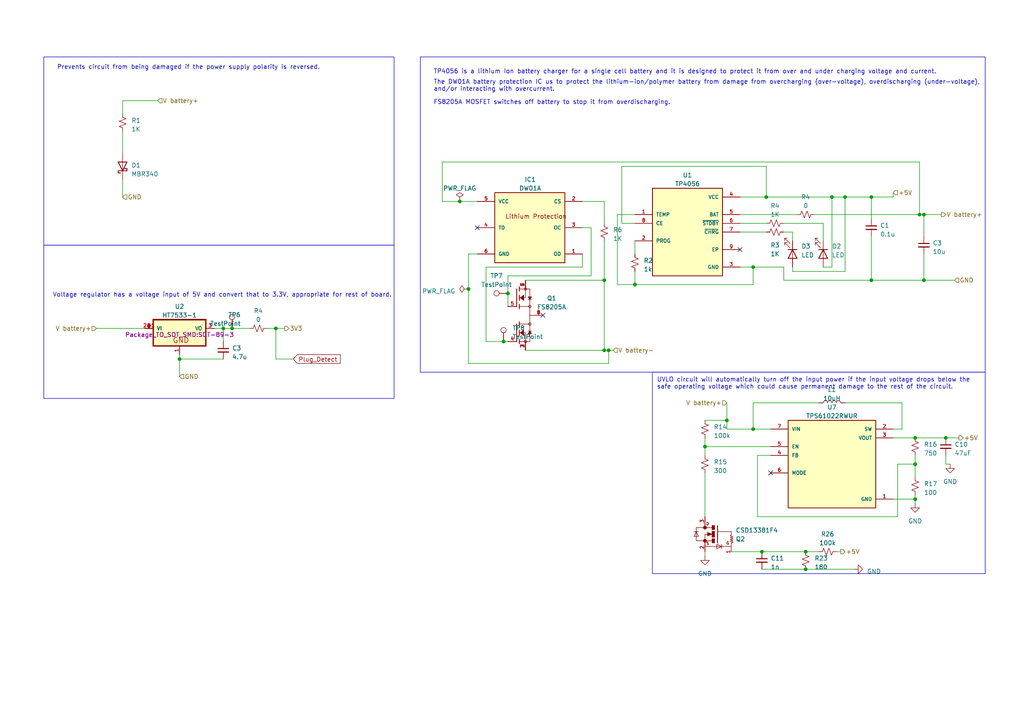
<source format=kicad_sch>
(kicad_sch (version 20230121) (generator eeschema)

  (uuid 52e760c4-536e-4c0a-a195-9bf8a6d403d0)

  (paper "A4")

  (title_block
    (title "Power Module")
    (date "2023-04-13")
    (rev "v0.21")
    (company "University of Cape Town")
    (comment 1 "Author: Sayuri Moodley")
  )

  (lib_symbols
    (symbol "Connector:TestPoint" (pin_numbers hide) (pin_names (offset 0.762) hide) (in_bom yes) (on_board yes)
      (property "Reference" "TP" (at 0 6.858 0)
        (effects (font (size 1.27 1.27)))
      )
      (property "Value" "TestPoint" (at 0 5.08 0)
        (effects (font (size 1.27 1.27)))
      )
      (property "Footprint" "" (at 5.08 0 0)
        (effects (font (size 1.27 1.27)) hide)
      )
      (property "Datasheet" "~" (at 5.08 0 0)
        (effects (font (size 1.27 1.27)) hide)
      )
      (property "ki_keywords" "test point tp" (at 0 0 0)
        (effects (font (size 1.27 1.27)) hide)
      )
      (property "ki_description" "test point" (at 0 0 0)
        (effects (font (size 1.27 1.27)) hide)
      )
      (property "ki_fp_filters" "Pin* Test*" (at 0 0 0)
        (effects (font (size 1.27 1.27)) hide)
      )
      (symbol "TestPoint_0_1"
        (circle (center 0 3.302) (radius 0.762)
          (stroke (width 0) (type default))
          (fill (type none))
        )
      )
      (symbol "TestPoint_1_1"
        (pin passive line (at 0 0 90) (length 2.54)
          (name "1" (effects (font (size 1.27 1.27))))
          (number "1" (effects (font (size 1.27 1.27))))
        )
      )
    )
    (symbol "Device:C_Small" (pin_numbers hide) (pin_names (offset 0.254) hide) (in_bom yes) (on_board yes)
      (property "Reference" "C" (at 0.254 1.778 0)
        (effects (font (size 1.27 1.27)) (justify left))
      )
      (property "Value" "C_Small" (at 0.254 -2.032 0)
        (effects (font (size 1.27 1.27)) (justify left))
      )
      (property "Footprint" "" (at 0 0 0)
        (effects (font (size 1.27 1.27)) hide)
      )
      (property "Datasheet" "~" (at 0 0 0)
        (effects (font (size 1.27 1.27)) hide)
      )
      (property "ki_keywords" "capacitor cap" (at 0 0 0)
        (effects (font (size 1.27 1.27)) hide)
      )
      (property "ki_description" "Unpolarized capacitor, small symbol" (at 0 0 0)
        (effects (font (size 1.27 1.27)) hide)
      )
      (property "ki_fp_filters" "C_*" (at 0 0 0)
        (effects (font (size 1.27 1.27)) hide)
      )
      (symbol "C_Small_0_1"
        (polyline
          (pts
            (xy -1.524 -0.508)
            (xy 1.524 -0.508)
          )
          (stroke (width 0.3302) (type default))
          (fill (type none))
        )
        (polyline
          (pts
            (xy -1.524 0.508)
            (xy 1.524 0.508)
          )
          (stroke (width 0.3048) (type default))
          (fill (type none))
        )
      )
      (symbol "C_Small_1_1"
        (pin passive line (at 0 2.54 270) (length 2.032)
          (name "~" (effects (font (size 1.27 1.27))))
          (number "1" (effects (font (size 1.27 1.27))))
        )
        (pin passive line (at 0 -2.54 90) (length 2.032)
          (name "~" (effects (font (size 1.27 1.27))))
          (number "2" (effects (font (size 1.27 1.27))))
        )
      )
    )
    (symbol "Device:L" (pin_numbers hide) (pin_names (offset 1.016) hide) (in_bom yes) (on_board yes)
      (property "Reference" "L" (at -1.27 0 90)
        (effects (font (size 1.27 1.27)))
      )
      (property "Value" "L" (at 1.905 0 90)
        (effects (font (size 1.27 1.27)))
      )
      (property "Footprint" "" (at 0 0 0)
        (effects (font (size 1.27 1.27)) hide)
      )
      (property "Datasheet" "~" (at 0 0 0)
        (effects (font (size 1.27 1.27)) hide)
      )
      (property "ki_keywords" "inductor choke coil reactor magnetic" (at 0 0 0)
        (effects (font (size 1.27 1.27)) hide)
      )
      (property "ki_description" "Inductor" (at 0 0 0)
        (effects (font (size 1.27 1.27)) hide)
      )
      (property "ki_fp_filters" "Choke_* *Coil* Inductor_* L_*" (at 0 0 0)
        (effects (font (size 1.27 1.27)) hide)
      )
      (symbol "L_0_1"
        (arc (start 0 -2.54) (mid 0.6323 -1.905) (end 0 -1.27)
          (stroke (width 0) (type default))
          (fill (type none))
        )
        (arc (start 0 -1.27) (mid 0.6323 -0.635) (end 0 0)
          (stroke (width 0) (type default))
          (fill (type none))
        )
        (arc (start 0 0) (mid 0.6323 0.635) (end 0 1.27)
          (stroke (width 0) (type default))
          (fill (type none))
        )
        (arc (start 0 1.27) (mid 0.6323 1.905) (end 0 2.54)
          (stroke (width 0) (type default))
          (fill (type none))
        )
      )
      (symbol "L_1_1"
        (pin passive line (at 0 3.81 270) (length 1.27)
          (name "1" (effects (font (size 1.27 1.27))))
          (number "1" (effects (font (size 1.27 1.27))))
        )
        (pin passive line (at 0 -3.81 90) (length 1.27)
          (name "2" (effects (font (size 1.27 1.27))))
          (number "2" (effects (font (size 1.27 1.27))))
        )
      )
    )
    (symbol "Device:LED" (pin_numbers hide) (pin_names (offset 1.016) hide) (in_bom yes) (on_board yes)
      (property "Reference" "D" (at 0 2.54 0)
        (effects (font (size 1.27 1.27)))
      )
      (property "Value" "LED" (at 0 -2.54 0)
        (effects (font (size 1.27 1.27)))
      )
      (property "Footprint" "" (at 0 0 0)
        (effects (font (size 1.27 1.27)) hide)
      )
      (property "Datasheet" "~" (at 0 0 0)
        (effects (font (size 1.27 1.27)) hide)
      )
      (property "ki_keywords" "LED diode" (at 0 0 0)
        (effects (font (size 1.27 1.27)) hide)
      )
      (property "ki_description" "Light emitting diode" (at 0 0 0)
        (effects (font (size 1.27 1.27)) hide)
      )
      (property "ki_fp_filters" "LED* LED_SMD:* LED_THT:*" (at 0 0 0)
        (effects (font (size 1.27 1.27)) hide)
      )
      (symbol "LED_0_1"
        (polyline
          (pts
            (xy -1.27 -1.27)
            (xy -1.27 1.27)
          )
          (stroke (width 0.254) (type default))
          (fill (type none))
        )
        (polyline
          (pts
            (xy -1.27 0)
            (xy 1.27 0)
          )
          (stroke (width 0) (type default))
          (fill (type none))
        )
        (polyline
          (pts
            (xy 1.27 -1.27)
            (xy 1.27 1.27)
            (xy -1.27 0)
            (xy 1.27 -1.27)
          )
          (stroke (width 0.254) (type default))
          (fill (type none))
        )
        (polyline
          (pts
            (xy -3.048 -0.762)
            (xy -4.572 -2.286)
            (xy -3.81 -2.286)
            (xy -4.572 -2.286)
            (xy -4.572 -1.524)
          )
          (stroke (width 0) (type default))
          (fill (type none))
        )
        (polyline
          (pts
            (xy -1.778 -0.762)
            (xy -3.302 -2.286)
            (xy -2.54 -2.286)
            (xy -3.302 -2.286)
            (xy -3.302 -1.524)
          )
          (stroke (width 0) (type default))
          (fill (type none))
        )
      )
      (symbol "LED_1_1"
        (pin passive line (at -3.81 0 0) (length 2.54)
          (name "K" (effects (font (size 1.27 1.27))))
          (number "1" (effects (font (size 1.27 1.27))))
        )
        (pin passive line (at 3.81 0 180) (length 2.54)
          (name "A" (effects (font (size 1.27 1.27))))
          (number "2" (effects (font (size 1.27 1.27))))
        )
      )
    )
    (symbol "Device:R_Small_US" (pin_numbers hide) (pin_names (offset 0.254) hide) (in_bom yes) (on_board yes)
      (property "Reference" "R" (at 0.762 0.508 0)
        (effects (font (size 1.27 1.27)) (justify left))
      )
      (property "Value" "R_Small_US" (at 0.762 -1.016 0)
        (effects (font (size 1.27 1.27)) (justify left))
      )
      (property "Footprint" "" (at 0 0 0)
        (effects (font (size 1.27 1.27)) hide)
      )
      (property "Datasheet" "~" (at 0 0 0)
        (effects (font (size 1.27 1.27)) hide)
      )
      (property "ki_keywords" "r resistor" (at 0 0 0)
        (effects (font (size 1.27 1.27)) hide)
      )
      (property "ki_description" "Resistor, small US symbol" (at 0 0 0)
        (effects (font (size 1.27 1.27)) hide)
      )
      (property "ki_fp_filters" "R_*" (at 0 0 0)
        (effects (font (size 1.27 1.27)) hide)
      )
      (symbol "R_Small_US_1_1"
        (polyline
          (pts
            (xy 0 0)
            (xy 1.016 -0.381)
            (xy 0 -0.762)
            (xy -1.016 -1.143)
            (xy 0 -1.524)
          )
          (stroke (width 0) (type default))
          (fill (type none))
        )
        (polyline
          (pts
            (xy 0 1.524)
            (xy 1.016 1.143)
            (xy 0 0.762)
            (xy -1.016 0.381)
            (xy 0 0)
          )
          (stroke (width 0) (type default))
          (fill (type none))
        )
        (pin passive line (at 0 2.54 270) (length 1.016)
          (name "~" (effects (font (size 1.27 1.27))))
          (number "1" (effects (font (size 1.27 1.27))))
        )
        (pin passive line (at 0 -2.54 90) (length 1.016)
          (name "~" (effects (font (size 1.27 1.27))))
          (number "2" (effects (font (size 1.27 1.27))))
        )
      )
    )
    (symbol "Diode:MBR340" (pin_numbers hide) (pin_names (offset 1.016) hide) (in_bom yes) (on_board yes)
      (property "Reference" "D" (at 0 2.54 0)
        (effects (font (size 1.27 1.27)))
      )
      (property "Value" "MBR340" (at 0 -2.54 0)
        (effects (font (size 1.27 1.27)))
      )
      (property "Footprint" "Diode_THT:D_DO-201AD_P15.24mm_Horizontal" (at 0 -4.445 0)
        (effects (font (size 1.27 1.27)) hide)
      )
      (property "Datasheet" "http://www.onsemi.com/pub_link/Collateral/MBR340-D.PDF" (at 0 0 0)
        (effects (font (size 1.27 1.27)) hide)
      )
      (property "ki_keywords" "diode Schottky" (at 0 0 0)
        (effects (font (size 1.27 1.27)) hide)
      )
      (property "ki_description" "40V 3A Schottky Barrier Rectifier Diode, DO-201AD" (at 0 0 0)
        (effects (font (size 1.27 1.27)) hide)
      )
      (property "ki_fp_filters" "D*DO?201AD*" (at 0 0 0)
        (effects (font (size 1.27 1.27)) hide)
      )
      (symbol "MBR340_0_1"
        (polyline
          (pts
            (xy 1.27 0)
            (xy -1.27 0)
          )
          (stroke (width 0) (type default))
          (fill (type none))
        )
        (polyline
          (pts
            (xy 1.27 1.27)
            (xy 1.27 -1.27)
            (xy -1.27 0)
            (xy 1.27 1.27)
          )
          (stroke (width 0.254) (type default))
          (fill (type none))
        )
        (polyline
          (pts
            (xy -1.905 0.635)
            (xy -1.905 1.27)
            (xy -1.27 1.27)
            (xy -1.27 -1.27)
            (xy -0.635 -1.27)
            (xy -0.635 -0.635)
          )
          (stroke (width 0.254) (type default))
          (fill (type none))
        )
      )
      (symbol "MBR340_1_1"
        (pin passive line (at -3.81 0 0) (length 2.54)
          (name "K" (effects (font (size 1.27 1.27))))
          (number "1" (effects (font (size 1.27 1.27))))
        )
        (pin passive line (at 3.81 0 180) (length 2.54)
          (name "A" (effects (font (size 1.27 1.27))))
          (number "2" (effects (font (size 1.27 1.27))))
        )
      )
    )
    (symbol "EEEE3088 Library:CSD13381F4" (pin_names (offset 1.016)) (in_bom yes) (on_board yes)
      (property "Reference" "Q" (at 7.6273 2.5424 0)
        (effects (font (size 1.27 1.27)) (justify left bottom))
      )
      (property "Value" "CSD13381F4" (at 7.6306 0 0)
        (effects (font (size 1.27 1.27)) (justify left bottom))
      )
      (property "Footprint" "DFN100X60X35-3N" (at 0 0 0)
        (effects (font (size 1.27 1.27)) (justify bottom) hide)
      )
      (property "Datasheet" "" (at 0 0 0)
        (effects (font (size 1.27 1.27)) hide)
      )
      (property "MANUFACTURER" "Texas Instruments" (at 0 0 0)
        (effects (font (size 1.27 1.27)) (justify bottom) hide)
      )
      (symbol "CSD13381F4_0_0"
        (rectangle (start -0.2542 -2.542) (end 0.508 -1.27)
          (stroke (width 0.1) (type default))
          (fill (type outline))
        )
        (rectangle (start -0.2543 -0.8901) (end 0.508 0.889)
          (stroke (width 0.1) (type default))
          (fill (type outline))
        )
        (rectangle (start -0.2543 1.2714) (end 0.508 2.54)
          (stroke (width 0.1) (type default))
          (fill (type outline))
        )
        (polyline
          (pts
            (xy -5.588 -2.286)
            (xy -4.826 -2.032)
          )
          (stroke (width 0.1524) (type default))
          (fill (type none))
        )
        (polyline
          (pts
            (xy -5.588 -1.778)
            (xy -4.826 -1.524)
          )
          (stroke (width 0.1524) (type default))
          (fill (type none))
        )
        (polyline
          (pts
            (xy -5.588 -1.27)
            (xy -4.826 -1.016)
          )
          (stroke (width 0.1524) (type default))
          (fill (type none))
        )
        (polyline
          (pts
            (xy -5.588 -0.762)
            (xy -4.826 -0.508)
          )
          (stroke (width 0.1524) (type default))
          (fill (type none))
        )
        (polyline
          (pts
            (xy -5.08 -5.08)
            (xy -5.08 -3.556)
          )
          (stroke (width 0.1524) (type default))
          (fill (type none))
        )
        (polyline
          (pts
            (xy -5.08 -3.556)
            (xy -5.08 -2.54)
          )
          (stroke (width 0.1524) (type default))
          (fill (type none))
        )
        (polyline
          (pts
            (xy -5.08 -2.54)
            (xy -5.588 -2.286)
          )
          (stroke (width 0.1524) (type default))
          (fill (type none))
        )
        (polyline
          (pts
            (xy -5.08 -0.254)
            (xy -5.08 0.762)
          )
          (stroke (width 0.1524) (type default))
          (fill (type none))
        )
        (polyline
          (pts
            (xy -5.08 0.762)
            (xy -1.27 0.762)
          )
          (stroke (width 0.1524) (type default))
          (fill (type none))
        )
        (polyline
          (pts
            (xy -4.826 -2.032)
            (xy -5.588 -1.778)
          )
          (stroke (width 0.1524) (type default))
          (fill (type none))
        )
        (polyline
          (pts
            (xy -4.826 -1.524)
            (xy -5.588 -1.27)
          )
          (stroke (width 0.1524) (type default))
          (fill (type none))
        )
        (polyline
          (pts
            (xy -4.826 -1.016)
            (xy -5.588 -0.762)
          )
          (stroke (width 0.1524) (type default))
          (fill (type none))
        )
        (polyline
          (pts
            (xy -4.826 -0.508)
            (xy -5.08 -0.254)
          )
          (stroke (width 0.1524) (type default))
          (fill (type none))
        )
        (polyline
          (pts
            (xy -2.286 -4.191)
            (xy -2.286 -3.556)
          )
          (stroke (width 0.1524) (type default))
          (fill (type none))
        )
        (polyline
          (pts
            (xy -2.286 -3.556)
            (xy -5.08 -3.556)
          )
          (stroke (width 0.1524) (type default))
          (fill (type none))
        )
        (polyline
          (pts
            (xy -2.286 -3.556)
            (xy -2.286 -2.921)
          )
          (stroke (width 0.1524) (type default))
          (fill (type none))
        )
        (polyline
          (pts
            (xy -2.286 -3.556)
            (xy -0.889 -4.191)
          )
          (stroke (width 0.1524) (type default))
          (fill (type none))
        )
        (polyline
          (pts
            (xy -2.286 -3.556)
            (xy 2.54 -3.556)
          )
          (stroke (width 0.1524) (type default))
          (fill (type none))
        )
        (polyline
          (pts
            (xy -1.1176 2.413)
            (xy -1.1176 -2.54)
          )
          (stroke (width 0.254) (type default))
          (fill (type none))
        )
        (polyline
          (pts
            (xy -0.889 -4.191)
            (xy -0.889 -2.921)
          )
          (stroke (width 0.1524) (type default))
          (fill (type none))
        )
        (polyline
          (pts
            (xy -0.889 -2.921)
            (xy -2.286 -3.556)
          )
          (stroke (width 0.1524) (type default))
          (fill (type none))
        )
        (polyline
          (pts
            (xy 0.508 -1.905)
            (xy 2.54 -1.905)
          )
          (stroke (width 0.1524) (type default))
          (fill (type none))
        )
        (polyline
          (pts
            (xy 0.508 0)
            (xy 1.778 -0.508)
          )
          (stroke (width 0.1524) (type default))
          (fill (type none))
        )
        (polyline
          (pts
            (xy 0.762 0)
            (xy 1.651 -0.254)
          )
          (stroke (width 0.3048) (type default))
          (fill (type none))
        )
        (polyline
          (pts
            (xy 1.651 -0.254)
            (xy 1.651 0)
          )
          (stroke (width 0.3048) (type default))
          (fill (type none))
        )
        (polyline
          (pts
            (xy 1.651 0)
            (xy 1.397 0)
          )
          (stroke (width 0.3048) (type default))
          (fill (type none))
        )
        (polyline
          (pts
            (xy 1.651 0)
            (xy 2.54 0)
          )
          (stroke (width 0.1524) (type default))
          (fill (type none))
        )
        (polyline
          (pts
            (xy 1.651 0.254)
            (xy 0.762 0)
          )
          (stroke (width 0.3048) (type default))
          (fill (type none))
        )
        (polyline
          (pts
            (xy 1.778 -0.508)
            (xy 1.778 0.508)
          )
          (stroke (width 0.1524) (type default))
          (fill (type none))
        )
        (polyline
          (pts
            (xy 1.778 0.508)
            (xy 0.508 0)
          )
          (stroke (width 0.1524) (type default))
          (fill (type none))
        )
        (polyline
          (pts
            (xy 2.54 -1.905)
            (xy 2.54 -2.54)
          )
          (stroke (width 0.1524) (type default))
          (fill (type none))
        )
        (polyline
          (pts
            (xy 2.54 0)
            (xy 2.54 -1.905)
          )
          (stroke (width 0.1524) (type default))
          (fill (type none))
        )
        (polyline
          (pts
            (xy 2.54 1.905)
            (xy 0.5334 1.905)
          )
          (stroke (width 0.1524) (type default))
          (fill (type none))
        )
        (polyline
          (pts
            (xy 2.54 1.905)
            (xy 5.08 1.905)
          )
          (stroke (width 0.1524) (type default))
          (fill (type none))
        )
        (polyline
          (pts
            (xy 2.54 2.54)
            (xy 2.54 1.905)
          )
          (stroke (width 0.1524) (type default))
          (fill (type none))
        )
        (polyline
          (pts
            (xy 4.445 -0.635)
            (xy 5.715 -0.635)
          )
          (stroke (width 0.1524) (type default))
          (fill (type none))
        )
        (polyline
          (pts
            (xy 4.445 0.762)
            (xy 5.08 0.762)
          )
          (stroke (width 0.1524) (type default))
          (fill (type none))
        )
        (polyline
          (pts
            (xy 5.08 -1.905)
            (xy 2.54 -1.905)
          )
          (stroke (width 0.1524) (type default))
          (fill (type none))
        )
        (polyline
          (pts
            (xy 5.08 0.762)
            (xy 4.445 -0.635)
          )
          (stroke (width 0.1524) (type default))
          (fill (type none))
        )
        (polyline
          (pts
            (xy 5.08 0.762)
            (xy 5.08 -1.905)
          )
          (stroke (width 0.1524) (type default))
          (fill (type none))
        )
        (polyline
          (pts
            (xy 5.08 0.762)
            (xy 5.715 0.762)
          )
          (stroke (width 0.1524) (type default))
          (fill (type none))
        )
        (polyline
          (pts
            (xy 5.08 1.905)
            (xy 5.08 0.762)
          )
          (stroke (width 0.1524) (type default))
          (fill (type none))
        )
        (polyline
          (pts
            (xy 5.715 -0.635)
            (xy 5.08 0.762)
          )
          (stroke (width 0.1524) (type default))
          (fill (type none))
        )
        (circle (center 2.54 -1.905) (radius 0.127)
          (stroke (width 0.4064) (type default))
          (fill (type none))
        )
        (circle (center 2.54 1.905) (radius 0.127)
          (stroke (width 0.4064) (type default))
          (fill (type none))
        )
        (text "D" (at 1.2721 2.5443 0)
          (effects (font (size 0.8142 0.8142)) (justify left bottom))
        )
        (text "G" (at -4.5768 -3.0512 0)
          (effects (font (size 0.8136 0.8136)) (justify left bottom))
        )
        (text "S" (at 1.2716 -3.179 0)
          (effects (font (size 0.8138 0.8138)) (justify left bottom))
        )
        (pin passive line (at -5.08 -5.08 90) (length 0)
          (name "~" (effects (font (size 1.016 1.016))))
          (number "1" (effects (font (size 1.016 1.016))))
        )
        (pin passive line (at 2.54 -5.08 90) (length 2.54)
          (name "~" (effects (font (size 1.016 1.016))))
          (number "2" (effects (font (size 1.016 1.016))))
        )
        (pin passive line (at 2.54 5.08 270) (length 2.54)
          (name "~" (effects (font (size 1.016 1.016))))
          (number "3" (effects (font (size 1.016 1.016))))
        )
      )
    )
    (symbol "EEEE3088 Library:DW01A" (pin_names (offset 1.016)) (in_bom yes) (on_board yes)
      (property "Reference" "IC" (at -5.08 11.43 0)
        (effects (font (size 1.27 1.27)) (justify left bottom))
      )
      (property "Value" "DW01A" (at -5.08 -12.7 0)
        (effects (font (size 1.27 1.27)) (justify left bottom))
      )
      (property "Footprint" "SOT23-6" (at 0 0 0)
        (effects (font (size 1.27 1.27)) (justify bottom) hide)
      )
      (property "Datasheet" "" (at 0 0 0)
        (effects (font (size 1.27 1.27)) hide)
      )
      (property "LCSC" "C351410" (at 0 0 0)
        (effects (font (size 1.27 1.27)) (justify bottom) hide)
      )
      (property "VALUE" "DW01A" (at 0 0 0)
        (effects (font (size 1.27 1.27)) (justify bottom) hide)
      )
      (property "MPN" "DW01A" (at 0 0 0)
        (effects (font (size 1.27 1.27)) (justify bottom) hide)
      )
      (symbol "DW01A_0_0"
        (rectangle (start -10.16 -10.16) (end 10.16 10.16)
          (stroke (width 0.254) (type default))
          (fill (type background))
        )
        (text "Lithium Protection" (at -7.112 2.54 0)
          (effects (font (size 1.27 1.27)) (justify left bottom))
        )
        (pin bidirectional line (at 15.24 -7.62 180) (length 5.08)
          (name "OD" (effects (font (size 1.016 1.016))))
          (number "1" (effects (font (size 1.016 1.016))))
        )
        (pin bidirectional line (at 15.24 7.62 180) (length 5.08)
          (name "CS" (effects (font (size 1.016 1.016))))
          (number "2" (effects (font (size 1.016 1.016))))
        )
        (pin bidirectional line (at 15.24 0 180) (length 5.08)
          (name "OC" (effects (font (size 1.016 1.016))))
          (number "3" (effects (font (size 1.016 1.016))))
        )
        (pin bidirectional line (at -15.24 0 0) (length 5.08)
          (name "TD" (effects (font (size 1.016 1.016))))
          (number "4" (effects (font (size 1.016 1.016))))
        )
        (pin power_in line (at -15.24 7.62 0) (length 5.08)
          (name "VCC" (effects (font (size 1.016 1.016))))
          (number "5" (effects (font (size 1.016 1.016))))
        )
        (pin power_in line (at -15.24 -7.62 0) (length 5.08)
          (name "GND" (effects (font (size 1.016 1.016))))
          (number "6" (effects (font (size 1.016 1.016))))
        )
      )
    )
    (symbol "EEEE3088 Library:FS8205A" (pin_names (offset 1.016)) (in_bom yes) (on_board yes)
      (property "Reference" "Q" (at -11.43 7.62 0)
        (effects (font (size 1.27 1.27)) (justify left bottom))
      )
      (property "Value" "FS8205A" (at -11.43 -12.7 0)
        (effects (font (size 1.27 1.27)) (justify left bottom))
      )
      (property "Footprint" "SOP65P640X120-8N" (at 0 0 0)
        (effects (font (size 1.27 1.27)) (justify bottom) hide)
      )
      (property "Datasheet" "" (at 0 0 0)
        (effects (font (size 1.27 1.27)) hide)
      )
      (property "STANDARD" "IPC 7351B" (at 0 0 0)
        (effects (font (size 1.27 1.27)) (justify bottom) hide)
      )
      (property "PARTREV" "1.7" (at 0 0 0)
        (effects (font (size 1.27 1.27)) (justify bottom) hide)
      )
      (property "MAXIMUM_PACKAGE_HEIGHT" "1.2mm" (at 0 0 0)
        (effects (font (size 1.27 1.27)) (justify bottom) hide)
      )
      (property "MANUFACTURER" "Fortune Semiconductor" (at 0 0 0)
        (effects (font (size 1.27 1.27)) (justify bottom) hide)
      )
      (symbol "FS8205A_0_0"
        (circle (center 0 -7.62) (radius 0.3592)
          (stroke (width 0) (type default))
          (fill (type none))
        )
        (polyline
          (pts
            (xy -2.54 -2.54)
            (xy -2.54 -7.62)
          )
          (stroke (width 0.254) (type default))
          (fill (type none))
        )
        (polyline
          (pts
            (xy -2.54 7.62)
            (xy -2.54 2.54)
          )
          (stroke (width 0.254) (type default))
          (fill (type none))
        )
        (polyline
          (pts
            (xy -1.778 -7.62)
            (xy -1.778 -8.255)
          )
          (stroke (width 0.254) (type default))
          (fill (type none))
        )
        (polyline
          (pts
            (xy -1.778 -6.985)
            (xy -1.778 -7.62)
          )
          (stroke (width 0.254) (type default))
          (fill (type none))
        )
        (polyline
          (pts
            (xy -1.778 -5.08)
            (xy -1.778 -5.842)
          )
          (stroke (width 0.254) (type default))
          (fill (type none))
        )
        (polyline
          (pts
            (xy -1.778 -5.08)
            (xy 0 -5.08)
          )
          (stroke (width 0.1524) (type default))
          (fill (type none))
        )
        (polyline
          (pts
            (xy -1.778 -4.318)
            (xy -1.778 -5.08)
          )
          (stroke (width 0.254) (type default))
          (fill (type none))
        )
        (polyline
          (pts
            (xy -1.778 -2.54)
            (xy -1.778 -3.175)
          )
          (stroke (width 0.254) (type default))
          (fill (type none))
        )
        (polyline
          (pts
            (xy -1.778 -2.54)
            (xy 1.27 -2.54)
          )
          (stroke (width 0.1524) (type default))
          (fill (type none))
        )
        (polyline
          (pts
            (xy -1.778 -1.905)
            (xy -1.778 -2.54)
          )
          (stroke (width 0.254) (type default))
          (fill (type none))
        )
        (polyline
          (pts
            (xy -1.778 2.54)
            (xy -1.778 1.905)
          )
          (stroke (width 0.254) (type default))
          (fill (type none))
        )
        (polyline
          (pts
            (xy -1.778 3.175)
            (xy -1.778 2.54)
          )
          (stroke (width 0.254) (type default))
          (fill (type none))
        )
        (polyline
          (pts
            (xy -1.778 5.08)
            (xy -1.778 4.318)
          )
          (stroke (width 0.254) (type default))
          (fill (type none))
        )
        (polyline
          (pts
            (xy -1.778 5.08)
            (xy 0 5.08)
          )
          (stroke (width 0.1524) (type default))
          (fill (type none))
        )
        (polyline
          (pts
            (xy -1.778 5.842)
            (xy -1.778 5.08)
          )
          (stroke (width 0.254) (type default))
          (fill (type none))
        )
        (polyline
          (pts
            (xy -1.778 7.62)
            (xy -1.778 6.985)
          )
          (stroke (width 0.254) (type default))
          (fill (type none))
        )
        (polyline
          (pts
            (xy -1.778 7.62)
            (xy 1.27 7.62)
          )
          (stroke (width 0.1524) (type default))
          (fill (type none))
        )
        (polyline
          (pts
            (xy -1.778 8.255)
            (xy -1.778 7.62)
          )
          (stroke (width 0.254) (type default))
          (fill (type none))
        )
        (polyline
          (pts
            (xy 0 -7.62)
            (xy -1.778 -7.62)
          )
          (stroke (width 0.1524) (type default))
          (fill (type none))
        )
        (polyline
          (pts
            (xy 0 -7.62)
            (xy 1.27 -7.62)
          )
          (stroke (width 0.1524) (type default))
          (fill (type none))
        )
        (polyline
          (pts
            (xy 0 -5.08)
            (xy 0 -7.62)
          )
          (stroke (width 0.1524) (type default))
          (fill (type none))
        )
        (polyline
          (pts
            (xy 0 7.62)
            (xy 0 5.08)
          )
          (stroke (width 0.1524) (type default))
          (fill (type none))
        )
        (polyline
          (pts
            (xy 0.762 4.572)
            (xy 1.27 4.572)
          )
          (stroke (width 0.1524) (type default))
          (fill (type none))
        )
        (polyline
          (pts
            (xy 1.27 -4.572)
            (xy 0.762 -4.572)
          )
          (stroke (width 0.1524) (type default))
          (fill (type none))
        )
        (polyline
          (pts
            (xy 1.27 -4.572)
            (xy 1.27 -7.62)
          )
          (stroke (width 0.1524) (type default))
          (fill (type none))
        )
        (polyline
          (pts
            (xy 1.27 -2.54)
            (xy 1.27 -4.572)
          )
          (stroke (width 0.1524) (type default))
          (fill (type none))
        )
        (polyline
          (pts
            (xy 1.27 -2.54)
            (xy 1.27 0)
          )
          (stroke (width 0.1524) (type default))
          (fill (type none))
        )
        (polyline
          (pts
            (xy 1.27 0)
            (xy 1.27 2.54)
          )
          (stroke (width 0.1524) (type default))
          (fill (type none))
        )
        (polyline
          (pts
            (xy 1.27 0)
            (xy 2.54 0)
          )
          (stroke (width 0.1524) (type default))
          (fill (type none))
        )
        (polyline
          (pts
            (xy 1.27 2.54)
            (xy -1.778 2.54)
          )
          (stroke (width 0.1524) (type default))
          (fill (type none))
        )
        (polyline
          (pts
            (xy 1.27 2.54)
            (xy 1.27 4.572)
          )
          (stroke (width 0.1524) (type default))
          (fill (type none))
        )
        (polyline
          (pts
            (xy 1.27 4.572)
            (xy 1.27 7.62)
          )
          (stroke (width 0.1524) (type default))
          (fill (type none))
        )
        (polyline
          (pts
            (xy 1.27 4.572)
            (xy 1.778 4.572)
          )
          (stroke (width 0.1524) (type default))
          (fill (type none))
        )
        (polyline
          (pts
            (xy 1.778 -4.572)
            (xy 1.27 -4.572)
          )
          (stroke (width 0.1524) (type default))
          (fill (type none))
        )
        (polyline
          (pts
            (xy -1.524 -5.08)
            (xy -0.508 -4.318)
            (xy -0.508 -5.842)
            (xy -1.524 -5.08)
          )
          (stroke (width 0.1524) (type default))
          (fill (type outline))
        )
        (polyline
          (pts
            (xy -1.524 5.08)
            (xy -0.508 5.842)
            (xy -0.508 4.318)
            (xy -1.524 5.08)
          )
          (stroke (width 0.1524) (type default))
          (fill (type outline))
        )
        (polyline
          (pts
            (xy 1.27 -4.572)
            (xy 0.762 -5.334)
            (xy 1.778 -5.334)
            (xy 1.27 -4.572)
          )
          (stroke (width 0.1524) (type default))
          (fill (type outline))
        )
        (polyline
          (pts
            (xy 1.27 4.572)
            (xy 1.778 5.334)
            (xy 0.762 5.334)
            (xy 1.27 4.572)
          )
          (stroke (width 0.1524) (type default))
          (fill (type outline))
        )
        (circle (center 0 7.62) (radius 0.3592)
          (stroke (width 0) (type default))
          (fill (type none))
        )
        (circle (center 1.27 -2.54) (radius 0.3592)
          (stroke (width 0) (type default))
          (fill (type none))
        )
        (circle (center 1.27 2.54) (radius 0.3592)
          (stroke (width 0) (type default))
          (fill (type none))
        )
        (pin passive line (at 5.08 0 180) (length 2.54)
          (name "~" (effects (font (size 1.016 1.016))))
          (number "1" (effects (font (size 1.016 1.016))))
        )
        (pin passive line (at 0 -10.16 90) (length 2.54)
          (name "~" (effects (font (size 1.016 1.016))))
          (number "2" (effects (font (size 1.016 1.016))))
        )
        (pin passive line (at 0 -10.16 90) (length 2.54)
          (name "~" (effects (font (size 1.016 1.016))))
          (number "3" (effects (font (size 1.016 1.016))))
        )
        (pin passive line (at -5.08 -7.62 0) (length 2.54)
          (name "~" (effects (font (size 1.016 1.016))))
          (number "4" (effects (font (size 1.016 1.016))))
        )
        (pin passive line (at -5.08 2.54 0) (length 2.54)
          (name "~" (effects (font (size 1.016 1.016))))
          (number "5" (effects (font (size 1.016 1.016))))
        )
        (pin passive line (at 0 10.16 270) (length 2.54)
          (name "~" (effects (font (size 1.016 1.016))))
          (number "6" (effects (font (size 1.016 1.016))))
        )
        (pin passive line (at 0 10.16 270) (length 2.54)
          (name "~" (effects (font (size 1.016 1.016))))
          (number "7" (effects (font (size 1.016 1.016))))
        )
        (pin passive line (at 5.08 0 180) (length 2.54)
          (name "~" (effects (font (size 1.016 1.016))))
          (number "8" (effects (font (size 1.016 1.016))))
        )
      )
    )
    (symbol "EEEE3088 Library:HT7533-1" (pin_names (offset 1.016)) (in_bom yes) (on_board yes)
      (property "Reference" "U" (at -7.6228 8.2581 0)
        (effects (font (size 1.27 1.27)) (justify left bottom))
      )
      (property "Value" "HT7533-1" (at -7.6342 5.7256 0)
        (effects (font (size 1.27 1.27)) (justify left bottom))
      )
      (property "Footprint" "SOT89" (at 0 0 0)
        (effects (font (size 1.27 1.27)) (justify bottom) hide)
      )
      (property "Datasheet" "" (at 0 0 0)
        (effects (font (size 1.27 1.27)) hide)
      )
      (symbol "HT7533-1_0_0"
        (rectangle (start -7.62 -2.54) (end 7.62 5.08)
          (stroke (width 0.4064) (type default))
          (fill (type background))
        )
        (polyline
          (pts
            (xy 7.62 5.08)
            (xy -7.62 5.08)
          )
          (stroke (width 0.4064) (type default))
          (fill (type none))
        )
        (text "GND" (at -2.036 -1.7815 0)
          (effects (font (size 1.527 1.527)) (justify left bottom))
        )
        (pin passive line (at 0 -5.08 90) (length 2.54)
          (name "~" (effects (font (size 1.016 1.016))))
          (number "1" (effects (font (size 1.016 1.016))))
        )
        (pin input line (at -10.16 2.54 0) (length 2.54)
          (name "VI" (effects (font (size 1.016 1.016))))
          (number "2" (effects (font (size 1.016 1.016))))
        )
        (pin input line (at -10.16 2.54 0) (length 2.54)
          (name "VI" (effects (font (size 1.016 1.016))))
          (number "2@1" (effects (font (size 1.016 1.016))))
        )
        (pin passive line (at 10.16 2.54 180) (length 2.54)
          (name "VO" (effects (font (size 1.016 1.016))))
          (number "3" (effects (font (size 1.016 1.016))))
        )
      )
    )
    (symbol "EEEE3088 Library:TP4056" (pin_names (offset 1.016)) (in_bom yes) (on_board yes)
      (property "Reference" "U" (at -10.16 13.208 0)
        (effects (font (size 1.27 1.27)) (justify left bottom))
      )
      (property "Value" "TP4056" (at -10.16 -15.24 0)
        (effects (font (size 1.27 1.27)) (justify left bottom))
      )
      (property "Footprint" "SOP127P600X175-9N" (at 0 0 0)
        (effects (font (size 1.27 1.27)) (justify bottom) hide)
      )
      (property "Datasheet" "" (at 0 0 0)
        (effects (font (size 1.27 1.27)) hide)
      )
      (property "STANDARD" "IPC 7351B" (at 0 0 0)
        (effects (font (size 1.27 1.27)) (justify bottom) hide)
      )
      (property "MANUFACTURER" "NanJing Top Power ASIC Corp." (at 0 0 0)
        (effects (font (size 1.27 1.27)) (justify bottom) hide)
      )
      (property "MAXIMUM_PACKAGE_HEIGHT" "1.75mm" (at 0 0 0)
        (effects (font (size 1.27 1.27)) (justify bottom) hide)
      )
      (symbol "TP4056_0_0"
        (rectangle (start -10.16 -12.7) (end 10.16 12.7)
          (stroke (width 0.254) (type default))
          (fill (type background))
        )
        (pin input line (at -15.24 5.08 0) (length 5.08)
          (name "TEMP" (effects (font (size 1.016 1.016))))
          (number "1" (effects (font (size 1.016 1.016))))
        )
        (pin bidirectional line (at -15.24 -2.54 0) (length 5.08)
          (name "PROG" (effects (font (size 1.016 1.016))))
          (number "2" (effects (font (size 1.016 1.016))))
        )
        (pin power_in line (at 15.24 -10.16 180) (length 5.08)
          (name "GND" (effects (font (size 1.016 1.016))))
          (number "3" (effects (font (size 1.016 1.016))))
        )
        (pin power_in line (at 15.24 10.16 180) (length 5.08)
          (name "VCC" (effects (font (size 1.016 1.016))))
          (number "4" (effects (font (size 1.016 1.016))))
        )
        (pin output line (at 15.24 5.08 180) (length 5.08)
          (name "BAT" (effects (font (size 1.016 1.016))))
          (number "5" (effects (font (size 1.016 1.016))))
        )
        (pin output line (at 15.24 2.54 180) (length 5.08)
          (name "~{STDBY}" (effects (font (size 1.016 1.016))))
          (number "6" (effects (font (size 1.016 1.016))))
        )
        (pin output line (at 15.24 0 180) (length 5.08)
          (name "~{CHRG}" (effects (font (size 1.016 1.016))))
          (number "7" (effects (font (size 1.016 1.016))))
        )
        (pin input line (at -15.24 2.54 0) (length 5.08)
          (name "CE" (effects (font (size 1.016 1.016))))
          (number "8" (effects (font (size 1.016 1.016))))
        )
        (pin passive line (at 15.24 -5.08 180) (length 5.08)
          (name "EP" (effects (font (size 1.016 1.016))))
          (number "9" (effects (font (size 1.016 1.016))))
        )
      )
    )
    (symbol "EEEE3088 Library:TPS61022RWUR" (pin_names (offset 1.016)) (in_bom yes) (on_board yes)
      (property "Reference" "U" (at -12.7 13.97 0)
        (effects (font (size 1.27 1.27)) (justify left bottom))
      )
      (property "Value" "TPS61022RWUR" (at -12.7 -13.97 0)
        (effects (font (size 1.27 1.27)) (justify left top))
      )
      (property "Footprint" "CONV_TPS61022RWUR" (at 0 0 0)
        (effects (font (size 1.27 1.27)) (justify bottom) hide)
      )
      (property "Datasheet" "" (at 0 0 0)
        (effects (font (size 1.27 1.27)) hide)
      )
      (property "PARTREV" "4223724/C 02/2018" (at 0 0 0)
        (effects (font (size 1.27 1.27)) (justify bottom) hide)
      )
      (property "MANUFACTURER" "Texas Instruments" (at 0 0 0)
        (effects (font (size 1.27 1.27)) (justify bottom) hide)
      )
      (property "MAXIMUM_PACKAGE_HEIGHT" "1.00mm" (at 0 0 0)
        (effects (font (size 1.27 1.27)) (justify bottom) hide)
      )
      (property "STANDARD" "Manufacturer Recommendations" (at 0 0 0)
        (effects (font (size 1.27 1.27)) (justify bottom) hide)
      )
      (symbol "TPS61022RWUR_0_0"
        (rectangle (start -12.7 -12.7) (end 12.7 12.7)
          (stroke (width 0.254) (type default))
          (fill (type background))
        )
        (pin power_in line (at 17.78 -10.16 180) (length 5.08)
          (name "GND" (effects (font (size 1.016 1.016))))
          (number "1" (effects (font (size 1.016 1.016))))
        )
        (pin output line (at 17.78 10.16 180) (length 5.08)
          (name "SW" (effects (font (size 1.016 1.016))))
          (number "2" (effects (font (size 1.016 1.016))))
        )
        (pin output line (at 17.78 7.62 180) (length 5.08)
          (name "VOUT" (effects (font (size 1.016 1.016))))
          (number "3" (effects (font (size 1.016 1.016))))
        )
        (pin input line (at -17.78 2.54 0) (length 5.08)
          (name "FB" (effects (font (size 1.016 1.016))))
          (number "4" (effects (font (size 1.016 1.016))))
        )
        (pin input line (at -17.78 5.08 0) (length 5.08)
          (name "EN" (effects (font (size 1.016 1.016))))
          (number "5" (effects (font (size 1.016 1.016))))
        )
        (pin input line (at -17.78 -2.54 0) (length 5.08)
          (name "MODE" (effects (font (size 1.016 1.016))))
          (number "6" (effects (font (size 1.016 1.016))))
        )
        (pin input line (at -17.78 10.16 0) (length 5.08)
          (name "VIN" (effects (font (size 1.016 1.016))))
          (number "7" (effects (font (size 1.016 1.016))))
        )
      )
    )
    (symbol "power:GND" (power) (pin_names (offset 0)) (in_bom yes) (on_board yes)
      (property "Reference" "#PWR" (at 0 -6.35 0)
        (effects (font (size 1.27 1.27)) hide)
      )
      (property "Value" "GND" (at 0 -3.81 0)
        (effects (font (size 1.27 1.27)))
      )
      (property "Footprint" "" (at 0 0 0)
        (effects (font (size 1.27 1.27)) hide)
      )
      (property "Datasheet" "" (at 0 0 0)
        (effects (font (size 1.27 1.27)) hide)
      )
      (property "ki_keywords" "global power" (at 0 0 0)
        (effects (font (size 1.27 1.27)) hide)
      )
      (property "ki_description" "Power symbol creates a global label with name \"GND\" , ground" (at 0 0 0)
        (effects (font (size 1.27 1.27)) hide)
      )
      (symbol "GND_0_1"
        (polyline
          (pts
            (xy 0 0)
            (xy 0 -1.27)
            (xy 1.27 -1.27)
            (xy 0 -2.54)
            (xy -1.27 -1.27)
            (xy 0 -1.27)
          )
          (stroke (width 0) (type default))
          (fill (type none))
        )
      )
      (symbol "GND_1_1"
        (pin power_in line (at 0 0 270) (length 0) hide
          (name "GND" (effects (font (size 1.27 1.27))))
          (number "1" (effects (font (size 1.27 1.27))))
        )
      )
    )
    (symbol "power:PWR_FLAG" (power) (pin_numbers hide) (pin_names (offset 0) hide) (in_bom yes) (on_board yes)
      (property "Reference" "#FLG" (at 0 1.905 0)
        (effects (font (size 1.27 1.27)) hide)
      )
      (property "Value" "PWR_FLAG" (at 0 3.81 0)
        (effects (font (size 1.27 1.27)))
      )
      (property "Footprint" "" (at 0 0 0)
        (effects (font (size 1.27 1.27)) hide)
      )
      (property "Datasheet" "~" (at 0 0 0)
        (effects (font (size 1.27 1.27)) hide)
      )
      (property "ki_keywords" "flag power" (at 0 0 0)
        (effects (font (size 1.27 1.27)) hide)
      )
      (property "ki_description" "Special symbol for telling ERC where power comes from" (at 0 0 0)
        (effects (font (size 1.27 1.27)) hide)
      )
      (symbol "PWR_FLAG_0_0"
        (pin power_out line (at 0 0 90) (length 0)
          (name "pwr" (effects (font (size 1.27 1.27))))
          (number "1" (effects (font (size 1.27 1.27))))
        )
      )
      (symbol "PWR_FLAG_0_1"
        (polyline
          (pts
            (xy 0 0)
            (xy 0 1.27)
            (xy -1.016 1.905)
            (xy 0 2.54)
            (xy 1.016 1.905)
            (xy 0 1.27)
          )
          (stroke (width 0) (type default))
          (fill (type none))
        )
      )
    )
  )

  (junction (at 252.73 81.28) (diameter 0) (color 0 0 0 0)
    (uuid 014a59c1-05d9-4fb3-a460-6f3ad23fcf8e)
  )
  (junction (at 265.43 134.62) (diameter 0) (color 0 0 0 0)
    (uuid 0263c976-cfa5-4292-8d0f-da0f4150785d)
  )
  (junction (at 245.11 57.15) (diameter 0) (color 0 0 0 0)
    (uuid 0289cfea-9e4e-49e9-aafa-318af53dc1d1)
  )
  (junction (at 175.26 81.28) (diameter 0) (color 0 0 0 0)
    (uuid 09fda860-867f-40df-97e1-1851499140d3)
  )
  (junction (at 175.26 101.6) (diameter 0) (color 0 0 0 0)
    (uuid 0f9932d3-d626-47ff-8843-e4d56a6a616b)
  )
  (junction (at 220.98 160.02) (diameter 0) (color 0 0 0 0)
    (uuid 1eea9b2e-e193-4032-b674-cd08b58a0308)
  )
  (junction (at 233.68 160.02) (diameter 0) (color 0 0 0 0)
    (uuid 2247e5ac-75cd-416d-9e24-307c1a54e1ee)
  )
  (junction (at 210.82 121.92) (diameter 0) (color 0 0 0 0)
    (uuid 35d5e892-46ef-416f-ad75-2790ceecd0e3)
  )
  (junction (at 267.97 81.28) (diameter 0) (color 0 0 0 0)
    (uuid 3d22cf96-36bd-49a9-9c26-eb16afcbfa8b)
  )
  (junction (at 233.68 165.1) (diameter 0) (color 0 0 0 0)
    (uuid 44946aad-a12f-4480-9ff0-e226ec619f52)
  )
  (junction (at 241.3 57.15) (diameter 0) (color 0 0 0 0)
    (uuid 526b9183-651c-4433-9187-a6e039a5da11)
  )
  (junction (at 52.07 104.14) (diameter 0) (color 0 0 0 0)
    (uuid 5604999d-d0e4-4614-959f-76eb833c1968)
  )
  (junction (at 218.44 77.47) (diameter 0) (color 0 0 0 0)
    (uuid 600aaed8-d9f4-402a-a941-45ad270e6234)
  )
  (junction (at 135.89 83.82) (diameter 0) (color 0 0 0 0)
    (uuid 6486b3e1-50bd-4c8f-9818-ccf9904f3c3d)
  )
  (junction (at 67.31 95.25) (diameter 0) (color 0 0 0 0)
    (uuid 7271a5cd-4372-4c13-a7b9-ad2ecbcfa1f9)
  )
  (junction (at 267.97 62.23) (diameter 0) (color 0 0 0 0)
    (uuid 7320539b-35f9-485e-837a-563998d2f5f8)
  )
  (junction (at 266.7 62.23) (diameter 0) (color 0 0 0 0)
    (uuid 7d4b10d0-ac25-463c-9502-e162780ff975)
  )
  (junction (at 222.25 57.15) (diameter 0) (color 0 0 0 0)
    (uuid 7f4690f6-71c4-46ce-a10a-fa5623be9750)
  )
  (junction (at 147.32 85.09) (diameter 0) (color 0 0 0 0)
    (uuid 8c074e53-53ef-40c1-b90a-a7091d36ca3a)
  )
  (junction (at 80.01 95.25) (diameter 0) (color 0 0 0 0)
    (uuid 99aef61c-5074-4f4a-b443-5833f850e5c3)
  )
  (junction (at 274.32 127) (diameter 0) (color 0 0 0 0)
    (uuid a4d90b4e-99c3-42e5-bc8b-486af4d41c4f)
  )
  (junction (at 218.44 124.46) (diameter 0) (color 0 0 0 0)
    (uuid b0dae061-edf7-45fc-b8f4-ede62225a781)
  )
  (junction (at 204.47 129.54) (diameter 0) (color 0 0 0 0)
    (uuid be6171a5-541f-4e0f-be5c-9cdcc2c8e295)
  )
  (junction (at 265.43 144.78) (diameter 0) (color 0 0 0 0)
    (uuid d5c66efa-57c8-4fd5-8125-2f3b760780e7)
  )
  (junction (at 184.15 82.55) (diameter 0) (color 0 0 0 0)
    (uuid e0fc74c8-dbbe-4fd0-9358-2c240f72fa60)
  )
  (junction (at 133.35 58.42) (diameter 0) (color 0 0 0 0)
    (uuid e4503000-26a3-4aa3-89f5-126920bf89c2)
  )
  (junction (at 146.05 99.06) (diameter 0) (color 0 0 0 0)
    (uuid e8b74e30-6b35-4067-9921-1714c29990a8)
  )
  (junction (at 252.73 57.15) (diameter 0) (color 0 0 0 0)
    (uuid ec9bc82c-8e01-481e-814b-68b1fb6e75fd)
  )
  (junction (at 176.53 101.6) (diameter 0) (color 0 0 0 0)
    (uuid f0069fe7-d6a3-4134-bee6-083bccb9fdc1)
  )
  (junction (at 265.43 127) (diameter 0) (color 0 0 0 0)
    (uuid f173e00c-fc04-4f44-93bf-f8147adae5d8)
  )
  (junction (at 64.77 95.25) (diameter 0) (color 0 0 0 0)
    (uuid f5321483-eb31-455c-80d6-c6e62d9f3057)
  )

  (no_connect (at 138.43 66.04) (uuid 4027c7c2-892e-4f29-a2b4-2c917695b4f4))
  (no_connect (at 214.63 72.39) (uuid 8360cf9f-ea03-480a-9de6-f223401a9fc4))
  (no_connect (at 157.48 91.44) (uuid d2acad9e-f052-4b92-ba32-829dfbca7c30))
  (no_connect (at 223.52 137.16) (uuid ecedc575-3202-425c-9d15-ceffd6dbce85))

  (wire (pts (xy 204.47 127) (xy 204.47 129.54))
    (stroke (width 0) (type default))
    (uuid 01d5afa0-67fd-42ae-b110-1e4930a8b85a)
  )
  (wire (pts (xy 168.91 66.04) (xy 171.45 66.04))
    (stroke (width 0) (type default))
    (uuid 038e6996-6ae7-4f83-bd6e-fcc280ce4338)
  )
  (wire (pts (xy 229.87 78.74) (xy 245.11 78.74))
    (stroke (width 0) (type default))
    (uuid 11efc718-d344-47b9-9708-b610ba8d66c1)
  )
  (wire (pts (xy 180.34 64.77) (xy 180.34 48.26))
    (stroke (width 0) (type default))
    (uuid 14e0a720-1257-4c67-beab-c426ad8ed3d0)
  )
  (wire (pts (xy 35.56 38.1) (xy 35.56 44.45))
    (stroke (width 0) (type default))
    (uuid 14e6ee64-6af9-4ea6-a97c-1c5526b321b1)
  )
  (wire (pts (xy 135.89 83.82) (xy 135.89 105.41))
    (stroke (width 0) (type default))
    (uuid 16e8048a-9a16-4986-b347-7446a1907db5)
  )
  (wire (pts (xy 147.32 80.01) (xy 171.45 80.01))
    (stroke (width 0) (type default))
    (uuid 18559129-c089-4bef-bd75-9a6c09dad811)
  )
  (wire (pts (xy 274.32 132.08) (xy 274.32 134.62))
    (stroke (width 0) (type default))
    (uuid 1c9daea2-e028-4ffb-827a-fcbd4fd24a7d)
  )
  (wire (pts (xy 204.47 129.54) (xy 223.52 129.54))
    (stroke (width 0) (type default))
    (uuid 20a45162-be9f-4064-a2ce-1e5369293f36)
  )
  (wire (pts (xy 265.43 134.62) (xy 265.43 138.43))
    (stroke (width 0) (type default))
    (uuid 23869619-dc33-4c05-9585-5710fa52eeb4)
  )
  (wire (pts (xy 140.97 77.47) (xy 140.97 99.06))
    (stroke (width 0) (type default))
    (uuid 26b69a54-c94a-4b03-b45d-83757a25ecf2)
  )
  (wire (pts (xy 220.98 165.1) (xy 233.68 165.1))
    (stroke (width 0) (type default))
    (uuid 280b4d89-225e-4d95-b4a7-94657da51d10)
  )
  (wire (pts (xy 265.43 143.51) (xy 265.43 144.78))
    (stroke (width 0) (type default))
    (uuid 2aa53f7d-4209-43c5-a230-ef0151bd0f18)
  )
  (wire (pts (xy 176.53 105.41) (xy 176.53 101.6))
    (stroke (width 0) (type default))
    (uuid 2b974088-d549-49df-b955-645a1098be4a)
  )
  (wire (pts (xy 267.97 73.66) (xy 267.97 81.28))
    (stroke (width 0) (type default))
    (uuid 2bc2fa86-7ea5-4318-afc5-4e51b8a56847)
  )
  (wire (pts (xy 233.68 165.1) (xy 247.65 165.1))
    (stroke (width 0) (type default))
    (uuid 2dfb081b-1ee6-43a8-a08f-a30409352a45)
  )
  (wire (pts (xy 241.3 57.15) (xy 245.11 57.15))
    (stroke (width 0) (type default))
    (uuid 349dccb4-3add-4401-97b0-77791d47b77e)
  )
  (wire (pts (xy 85.09 104.14) (xy 80.01 104.14))
    (stroke (width 0) (type default))
    (uuid 34d5a828-7960-4895-bfd5-618d2e8c8629)
  )
  (wire (pts (xy 245.11 78.74) (xy 245.11 57.15))
    (stroke (width 0) (type default))
    (uuid 352cf20a-1b1d-4d28-8f5c-1b17ce979b8b)
  )
  (wire (pts (xy 204.47 121.92) (xy 210.82 121.92))
    (stroke (width 0) (type default))
    (uuid 36311f3c-06ef-4f21-95a2-48ecfd659adf)
  )
  (wire (pts (xy 219.71 132.08) (xy 219.71 149.86))
    (stroke (width 0) (type default))
    (uuid 370f3827-5375-4dfe-8bce-b440f7fad9f8)
  )
  (wire (pts (xy 168.91 77.47) (xy 140.97 77.47))
    (stroke (width 0) (type default))
    (uuid 3bff6c9b-b051-4ee6-8acd-afaee228adff)
  )
  (wire (pts (xy 218.44 124.46) (xy 223.52 124.46))
    (stroke (width 0) (type default))
    (uuid 3c7fa983-1ab9-4210-a82b-20e1347544a2)
  )
  (wire (pts (xy 214.63 64.77) (xy 222.25 64.77))
    (stroke (width 0) (type default))
    (uuid 3ec37dfb-2730-405b-a3a5-cedf3df62793)
  )
  (wire (pts (xy 214.63 57.15) (xy 222.25 57.15))
    (stroke (width 0) (type default))
    (uuid 4000fe02-1f2f-4c5c-beae-dd05f64bed99)
  )
  (wire (pts (xy 175.26 58.42) (xy 175.26 64.77))
    (stroke (width 0) (type default))
    (uuid 40946dc2-7f63-4fc6-b1d5-615f756da4ba)
  )
  (wire (pts (xy 227.33 64.77) (xy 238.76 64.77))
    (stroke (width 0) (type default))
    (uuid 4250061f-4fb1-470f-9365-d32e3f974347)
  )
  (wire (pts (xy 204.47 160.02) (xy 204.47 161.29))
    (stroke (width 0) (type default))
    (uuid 4383b8ab-d3d5-4b84-846a-2fab524fbd38)
  )
  (wire (pts (xy 233.68 160.02) (xy 237.49 160.02))
    (stroke (width 0) (type default))
    (uuid 477983a4-f74c-43d5-9e80-79407d73a68d)
  )
  (wire (pts (xy 238.76 77.47) (xy 241.3 77.47))
    (stroke (width 0) (type default))
    (uuid 4819d9d3-b581-4b8d-96cb-669bc23a3168)
  )
  (wire (pts (xy 218.44 82.55) (xy 218.44 77.47))
    (stroke (width 0) (type default))
    (uuid 4c321e75-6d4a-473c-880f-61b8c8fe2e45)
  )
  (wire (pts (xy 168.91 73.66) (xy 168.91 77.47))
    (stroke (width 0) (type default))
    (uuid 4c4f1f35-64a8-47ba-b3d4-aa670f19dc28)
  )
  (wire (pts (xy 147.32 80.01) (xy 147.32 85.09))
    (stroke (width 0) (type default))
    (uuid 4ed138d9-b145-47c7-a76c-1307fbe8931f)
  )
  (wire (pts (xy 214.63 67.31) (xy 222.25 67.31))
    (stroke (width 0) (type default))
    (uuid 5443d22e-0595-4c28-afdb-7f6bafc8b4ce)
  )
  (wire (pts (xy 175.26 81.28) (xy 152.4 81.28))
    (stroke (width 0) (type default))
    (uuid 54a4344e-3a07-4f3c-b4b2-95912df02d22)
  )
  (wire (pts (xy 179.07 62.23) (xy 184.15 62.23))
    (stroke (width 0) (type default))
    (uuid 59b246ee-deeb-464d-8f05-2864e5b8762e)
  )
  (wire (pts (xy 259.08 144.78) (xy 265.43 144.78))
    (stroke (width 0) (type default))
    (uuid 59da02a1-7ad7-4954-a9d0-05b8da8efaec)
  )
  (wire (pts (xy 245.11 116.84) (xy 261.62 116.84))
    (stroke (width 0) (type default))
    (uuid 5d3dda81-643a-4ba3-b91e-7b96f66dcea6)
  )
  (wire (pts (xy 140.97 99.06) (xy 146.05 99.06))
    (stroke (width 0) (type default))
    (uuid 621089be-147f-4216-ac1d-69bda4cfcf28)
  )
  (wire (pts (xy 138.43 73.66) (xy 135.89 73.66))
    (stroke (width 0) (type default))
    (uuid 64dfcff0-93d1-4abf-abd0-3bc5b149fccd)
  )
  (wire (pts (xy 236.22 62.23) (xy 266.7 62.23))
    (stroke (width 0) (type default))
    (uuid 66a7817d-30ad-4205-b093-0eaa9d7c7fc3)
  )
  (wire (pts (xy 52.07 104.14) (xy 52.07 109.22))
    (stroke (width 0) (type default))
    (uuid 679423bc-9e1e-4e36-9448-58e947438e8e)
  )
  (wire (pts (xy 62.23 95.25) (xy 64.77 95.25))
    (stroke (width 0) (type default))
    (uuid 6a353e55-4c5b-4232-b3fb-7d0a19e0c28c)
  )
  (wire (pts (xy 241.3 57.15) (xy 241.3 77.47))
    (stroke (width 0) (type default))
    (uuid 6a6673b1-f147-4de0-8c73-83bc30fb18dd)
  )
  (wire (pts (xy 146.05 99.06) (xy 147.32 99.06))
    (stroke (width 0) (type default))
    (uuid 70183e9a-6e28-4881-962d-934f3af2916a)
  )
  (wire (pts (xy 261.62 116.84) (xy 261.62 124.46))
    (stroke (width 0) (type default))
    (uuid 71c66acb-ac41-44fb-a967-96ae5612b098)
  )
  (wire (pts (xy 259.08 55.88) (xy 259.08 57.15))
    (stroke (width 0) (type default))
    (uuid 72133aae-f220-47f6-b6a6-01aeb35dc8f7)
  )
  (wire (pts (xy 245.11 57.15) (xy 252.73 57.15))
    (stroke (width 0) (type default))
    (uuid 733de266-71bb-40ef-8ef7-f2e8bcda1c76)
  )
  (wire (pts (xy 64.77 95.25) (xy 64.77 99.06))
    (stroke (width 0) (type default))
    (uuid 74e781cc-832e-4794-aca7-ff76db7b2cc5)
  )
  (wire (pts (xy 138.43 58.42) (xy 133.35 58.42))
    (stroke (width 0) (type default))
    (uuid 78fa1940-782d-4c48-8f97-3b2005da3873)
  )
  (wire (pts (xy 267.97 62.23) (xy 273.05 62.23))
    (stroke (width 0) (type default))
    (uuid 7bfd2df5-4a4e-4247-a698-2adb50195086)
  )
  (wire (pts (xy 147.32 88.9) (xy 147.32 85.09))
    (stroke (width 0) (type default))
    (uuid 7de85268-be59-49ae-a7c8-293432d5c9ba)
  )
  (wire (pts (xy 67.31 95.25) (xy 72.39 95.25))
    (stroke (width 0) (type default))
    (uuid 7f3cb631-244c-45d5-868d-2848e450a1a9)
  )
  (wire (pts (xy 223.52 132.08) (xy 219.71 132.08))
    (stroke (width 0) (type default))
    (uuid 8566b797-f323-4f32-ac8c-9d00c5ba1513)
  )
  (wire (pts (xy 204.47 137.16) (xy 204.47 149.86))
    (stroke (width 0) (type default))
    (uuid 888e78c2-fb43-4d4c-849a-1c59a324fa29)
  )
  (wire (pts (xy 128.27 46.99) (xy 266.7 46.99))
    (stroke (width 0) (type default))
    (uuid 895bf022-9368-4671-b57c-57b6e3cce5f1)
  )
  (wire (pts (xy 35.56 52.07) (xy 35.56 57.15))
    (stroke (width 0) (type default))
    (uuid 8a663c32-fa2a-4aa4-ba53-19e23ba9869c)
  )
  (wire (pts (xy 218.44 77.47) (xy 227.33 77.47))
    (stroke (width 0) (type default))
    (uuid 8af51e3a-6ceb-49b7-9d2e-b182ef3841dd)
  )
  (wire (pts (xy 265.43 132.08) (xy 265.43 134.62))
    (stroke (width 0) (type default))
    (uuid 8bc631cc-e690-4e22-aa34-e8f24cf60688)
  )
  (wire (pts (xy 179.07 62.23) (xy 179.07 82.55))
    (stroke (width 0) (type default))
    (uuid 8bdf1ac2-b519-4881-bbc4-e360a0765c37)
  )
  (wire (pts (xy 184.15 78.74) (xy 184.15 82.55))
    (stroke (width 0) (type default))
    (uuid 91b34443-e504-4bd8-9921-15911e0212be)
  )
  (wire (pts (xy 77.47 95.25) (xy 80.01 95.25))
    (stroke (width 0) (type default))
    (uuid 93bf0ea2-bd5f-4204-a478-acdb46b78fb4)
  )
  (wire (pts (xy 266.7 62.23) (xy 267.97 62.23))
    (stroke (width 0) (type default))
    (uuid 96235e24-f25c-49b9-8af1-2494b6d8847d)
  )
  (wire (pts (xy 214.63 77.47) (xy 218.44 77.47))
    (stroke (width 0) (type default))
    (uuid 982eca2e-2ae1-40b4-9b06-19275b597ff2)
  )
  (wire (pts (xy 180.34 48.26) (xy 222.25 48.26))
    (stroke (width 0) (type default))
    (uuid 9912f77e-3a37-407d-ad28-91f64826b665)
  )
  (wire (pts (xy 227.33 77.47) (xy 227.33 81.28))
    (stroke (width 0) (type default))
    (uuid 9ad3dbb8-84fb-4ecb-8864-be258c690840)
  )
  (wire (pts (xy 27.94 95.25) (xy 41.91 95.25))
    (stroke (width 0) (type default))
    (uuid 9c9394bd-3338-4a9d-85eb-98e54f2b4bf1)
  )
  (wire (pts (xy 229.87 67.31) (xy 229.87 69.85))
    (stroke (width 0) (type default))
    (uuid 9ccbde74-1f32-4137-9265-03c336fc5db4)
  )
  (wire (pts (xy 242.57 160.02) (xy 243.84 160.02))
    (stroke (width 0) (type default))
    (uuid 9da3ec57-a1f8-496d-b1b0-7ca9d9267eed)
  )
  (wire (pts (xy 35.56 29.21) (xy 35.56 33.02))
    (stroke (width 0) (type default))
    (uuid 9e21d216-61a1-49c8-b65e-00b03c77a870)
  )
  (wire (pts (xy 274.32 127) (xy 278.13 127))
    (stroke (width 0) (type default))
    (uuid a015507f-5f3d-40ad-890c-551d98382e56)
  )
  (wire (pts (xy 45.72 29.21) (xy 35.56 29.21))
    (stroke (width 0) (type default))
    (uuid a1a2aa8e-4701-46d2-859c-7d6b1f57e153)
  )
  (wire (pts (xy 176.53 101.6) (xy 177.8 101.6))
    (stroke (width 0) (type default))
    (uuid a3a45242-1e5a-44f7-9d4e-bca86e5d2749)
  )
  (wire (pts (xy 210.82 116.84) (xy 210.82 121.92))
    (stroke (width 0) (type default))
    (uuid a64a5f6e-1c4d-491c-ac82-c3c552b7f4f5)
  )
  (wire (pts (xy 52.07 104.14) (xy 64.77 104.14))
    (stroke (width 0) (type default))
    (uuid a815f33a-65b0-46d3-bd87-9214184f8dad)
  )
  (wire (pts (xy 128.27 46.99) (xy 128.27 58.42))
    (stroke (width 0) (type default))
    (uuid aeaf49d3-5e7c-4bce-aae3-e6130cadc86d)
  )
  (wire (pts (xy 220.98 160.02) (xy 233.68 160.02))
    (stroke (width 0) (type default))
    (uuid aff35607-0a19-4ffc-bd6f-3a92af5cdf19)
  )
  (wire (pts (xy 219.71 149.86) (xy 260.35 149.86))
    (stroke (width 0) (type default))
    (uuid b1482eeb-3a20-44b4-bc8b-a609723ffead)
  )
  (wire (pts (xy 210.82 124.46) (xy 218.44 124.46))
    (stroke (width 0) (type default))
    (uuid b2c43ffb-602d-4c8d-80b7-f8a9432e7dd9)
  )
  (wire (pts (xy 133.35 58.42) (xy 128.27 58.42))
    (stroke (width 0) (type default))
    (uuid b33f08ba-e82b-45d3-944a-d0d1e787ade5)
  )
  (wire (pts (xy 265.43 144.78) (xy 265.43 146.05))
    (stroke (width 0) (type default))
    (uuid b3c54be5-dfa8-447b-ac6f-428a477685d1)
  )
  (wire (pts (xy 175.26 81.28) (xy 175.26 101.6))
    (stroke (width 0) (type default))
    (uuid b62055fd-f9c5-4596-90cc-1c60c8ecf3c3)
  )
  (wire (pts (xy 227.33 67.31) (xy 229.87 67.31))
    (stroke (width 0) (type default))
    (uuid b72e08f6-91af-43e6-8b7b-3a1e9878a13f)
  )
  (wire (pts (xy 212.09 160.02) (xy 220.98 160.02))
    (stroke (width 0) (type default))
    (uuid b8c006cb-4b62-48d5-8a4d-2b05507662b9)
  )
  (wire (pts (xy 265.43 127) (xy 274.32 127))
    (stroke (width 0) (type default))
    (uuid badb71c9-16ac-4308-8bcf-9bfa0aacb995)
  )
  (wire (pts (xy 184.15 64.77) (xy 180.34 64.77))
    (stroke (width 0) (type default))
    (uuid bd8392f5-c6af-4c62-8cfe-6dc53e3faafd)
  )
  (wire (pts (xy 227.33 81.28) (xy 252.73 81.28))
    (stroke (width 0) (type default))
    (uuid be3c6274-38c3-4328-8fd5-98fc27ad34b2)
  )
  (wire (pts (xy 260.35 134.62) (xy 265.43 134.62))
    (stroke (width 0) (type default))
    (uuid c022fc17-3d09-40d3-8e28-114b0b134c08)
  )
  (wire (pts (xy 266.7 46.99) (xy 266.7 62.23))
    (stroke (width 0) (type default))
    (uuid c1653689-b27f-48b2-83b2-7eaa05068869)
  )
  (wire (pts (xy 64.77 95.25) (xy 67.31 95.25))
    (stroke (width 0) (type default))
    (uuid c1dbfe98-e2db-479c-bf1d-2695eb28f027)
  )
  (wire (pts (xy 252.73 81.28) (xy 267.97 81.28))
    (stroke (width 0) (type default))
    (uuid c6587bc1-fd8b-4372-903a-8b2491925fc2)
  )
  (wire (pts (xy 222.25 48.26) (xy 222.25 57.15))
    (stroke (width 0) (type default))
    (uuid c9723032-4bde-476a-8a68-c111eea2a4de)
  )
  (wire (pts (xy 214.63 62.23) (xy 231.14 62.23))
    (stroke (width 0) (type default))
    (uuid cb4a4b0d-b342-4cbb-9988-7ca275de9afc)
  )
  (wire (pts (xy 52.07 102.87) (xy 52.07 104.14))
    (stroke (width 0) (type default))
    (uuid ccf3ca44-cbd9-41d6-872a-947e36af5aad)
  )
  (wire (pts (xy 184.15 82.55) (xy 218.44 82.55))
    (stroke (width 0) (type default))
    (uuid d09fc03d-b603-43ee-bfe7-28df0515d0d9)
  )
  (wire (pts (xy 267.97 62.23) (xy 267.97 68.58))
    (stroke (width 0) (type default))
    (uuid d19b06c8-4163-490a-b852-f4390971e3ee)
  )
  (wire (pts (xy 80.01 95.25) (xy 80.01 104.14))
    (stroke (width 0) (type default))
    (uuid d1eaa659-c5d2-4fcb-8685-f8f91f14a226)
  )
  (wire (pts (xy 259.08 127) (xy 265.43 127))
    (stroke (width 0) (type default))
    (uuid d54a479e-acad-4e22-a01f-a9553bccfc7f)
  )
  (wire (pts (xy 267.97 81.28) (xy 276.86 81.28))
    (stroke (width 0) (type default))
    (uuid d8b385ad-7700-4de0-8973-06b5103b4c0c)
  )
  (wire (pts (xy 222.25 57.15) (xy 241.3 57.15))
    (stroke (width 0) (type default))
    (uuid dad7f93f-f460-461c-a26e-d6f70e60acf5)
  )
  (wire (pts (xy 152.4 101.6) (xy 175.26 101.6))
    (stroke (width 0) (type default))
    (uuid dade5073-c132-478d-8e83-9cde7513f67d)
  )
  (wire (pts (xy 80.01 95.25) (xy 82.55 95.25))
    (stroke (width 0) (type default))
    (uuid db805ac4-f630-4a64-93ef-e4c89aa4cd15)
  )
  (wire (pts (xy 218.44 116.84) (xy 218.44 124.46))
    (stroke (width 0) (type default))
    (uuid db8b8893-45ed-49d1-9b64-2d437d19b96f)
  )
  (wire (pts (xy 274.32 134.62) (xy 275.59 134.62))
    (stroke (width 0) (type default))
    (uuid dbf1140e-a338-4023-9864-53dc7a41be1c)
  )
  (wire (pts (xy 210.82 121.92) (xy 210.82 124.46))
    (stroke (width 0) (type default))
    (uuid df524c54-ebbd-44d7-b231-dfbef04c6332)
  )
  (wire (pts (xy 237.49 116.84) (xy 218.44 116.84))
    (stroke (width 0) (type default))
    (uuid e2add3e6-5d26-407b-9eb1-8f54ba749d37)
  )
  (wire (pts (xy 252.73 68.58) (xy 252.73 81.28))
    (stroke (width 0) (type default))
    (uuid e5975e00-14e0-4a6b-8706-ef50f91613c0)
  )
  (wire (pts (xy 175.26 69.85) (xy 175.26 81.28))
    (stroke (width 0) (type default))
    (uuid e9f2c6d8-5960-40e0-8e20-45102689570c)
  )
  (wire (pts (xy 260.35 149.86) (xy 260.35 134.62))
    (stroke (width 0) (type default))
    (uuid eab13020-88f7-4539-a90c-a996dc1aa183)
  )
  (wire (pts (xy 168.91 58.42) (xy 175.26 58.42))
    (stroke (width 0) (type default))
    (uuid eae905f7-2e7e-471e-ac3b-66c7b9168e64)
  )
  (wire (pts (xy 204.47 129.54) (xy 204.47 132.08))
    (stroke (width 0) (type default))
    (uuid eb98c6d3-320d-43c4-9d35-31bd11209117)
  )
  (wire (pts (xy 175.26 101.6) (xy 176.53 101.6))
    (stroke (width 0) (type default))
    (uuid ed751d36-76f7-47c6-beea-403e270c0102)
  )
  (wire (pts (xy 171.45 80.01) (xy 171.45 66.04))
    (stroke (width 0) (type default))
    (uuid ee60e1ad-c632-49a1-8506-ec7722bb2107)
  )
  (wire (pts (xy 184.15 69.85) (xy 184.15 73.66))
    (stroke (width 0) (type default))
    (uuid f431bb42-713c-48e9-b4ec-e06462c90605)
  )
  (wire (pts (xy 179.07 82.55) (xy 184.15 82.55))
    (stroke (width 0) (type default))
    (uuid f4c32fbe-b5df-4d02-842a-2906c1c35ccf)
  )
  (wire (pts (xy 238.76 64.77) (xy 238.76 69.85))
    (stroke (width 0) (type default))
    (uuid f541eecd-a762-4c2b-b22b-6a11b1580a91)
  )
  (wire (pts (xy 135.89 105.41) (xy 176.53 105.41))
    (stroke (width 0) (type default))
    (uuid f61d37c0-bd2b-4a41-903d-65814bd33691)
  )
  (wire (pts (xy 252.73 57.15) (xy 252.73 63.5))
    (stroke (width 0) (type default))
    (uuid f9c1c173-e1a4-4512-a653-b2f208184253)
  )
  (wire (pts (xy 229.87 77.47) (xy 229.87 78.74))
    (stroke (width 0) (type default))
    (uuid fc5fe74f-7070-4d29-992f-38317cd0a3e2)
  )
  (wire (pts (xy 261.62 124.46) (xy 259.08 124.46))
    (stroke (width 0) (type default))
    (uuid fcb430e5-a018-4018-828d-9f0cf9724e65)
  )
  (wire (pts (xy 252.73 57.15) (xy 259.08 57.15))
    (stroke (width 0) (type default))
    (uuid fe908de7-b154-4b8f-acc4-e4db5f5076e8)
  )
  (wire (pts (xy 135.89 73.66) (xy 135.89 83.82))
    (stroke (width 0) (type default))
    (uuid ff11022a-2495-4ffb-a04c-5cf9168a0a3e)
  )

  (rectangle (start 121.92 16.51) (end 285.75 107.95)
    (stroke (width 0) (type default))
    (fill (type none))
    (uuid ad967dac-e90f-45ca-b6bf-4b55a00b8eef)
  )
  (rectangle (start 189.23 107.95) (end 285.75 166.37)
    (stroke (width 0) (type default))
    (fill (type none))
    (uuid b73a667a-b85f-4e84-b240-a9d06fa03cf6)
  )
  (rectangle (start 12.7 71.12) (end 114.3 115.57)
    (stroke (width 0) (type default))
    (fill (type none))
    (uuid bd392800-39a5-47e1-8e42-aaad3ab9386b)
  )
  (rectangle (start 12.7 16.51) (end 114.3 71.12)
    (stroke (width 0) (type default))
    (fill (type none))
    (uuid ed77c108-1e7e-493c-98a8-5765ed06d333)
  )

  (text "The DW01A battery protection IC us to protect the lithium-ion/polymer battery from damage from overcharging (over-voltage), overdischarging (under-voltage), \nand/or interacting with overcurrent."
    (at 125.73 26.67 0)
    (effects (font (size 1.27 1.27)) (justify left bottom))
    (uuid 05d4371d-405d-4c4a-9042-8d6eaa2ef068)
  )
  (text "FS8205A MOSFET switches off battery to stop it from overdischarging."
    (at 125.73 30.48 0)
    (effects (font (size 1.27 1.27)) (justify left bottom))
    (uuid 100d8212-ed3e-4329-9bc9-9138869af9b3)
  )
  (text "UVLO circuit will automatically turn off the input power if the input voltage drops below the \nsafe operating voltage which could cause permanent damage to the rest of the circuit.\n"
    (at 190.5 113.03 0)
    (effects (font (size 1.27 1.27)) (justify left bottom))
    (uuid 57cadd53-ba01-4619-99e4-bd04a1af0c15)
  )
  (text "Prevents circuit from being damaged if the power supply polarity is reversed."
    (at 16.51 20.32 0)
    (effects (font (size 1.27 1.27)) (justify left bottom))
    (uuid 5c0b04f4-51f1-4dda-b3e3-694df92d3ec7)
  )
  (text "TP4056 is a lithium Ion battery charger for a single cell battery and it is designed to protect it from over and under charging voltage and current."
    (at 125.73 21.59 0)
    (effects (font (size 1.27 1.27)) (justify left bottom))
    (uuid 5d6439fe-0565-469b-a0ae-4709a8a8cf6c)
  )
  (text "Voltage regulator has a voltage input of 5V and convert that to 3.3V, appropriate for rest of board.  "
    (at 15.24 86.36 0)
    (effects (font (size 1.27 1.27)) (justify left bottom))
    (uuid 7bc2419e-ae45-400e-9169-24481258e98f)
  )

  (global_label "Plug_Detect" (shape input) (at 85.09 104.14 0) (fields_autoplaced)
    (effects (font (size 1.27 1.27)) (justify left))
    (uuid 72077bc7-f548-4577-b896-a82f91677016)
    (property "Intersheetrefs" "${INTERSHEET_REFS}" (at 98.5296 104.14 0)
      (effects (font (size 1.27 1.27)) (justify left) hide)
    )
  )

  (hierarchical_label "V battery+" (shape input) (at 45.72 29.21 0) (fields_autoplaced)
    (effects (font (size 1.27 1.27)) (justify left))
    (uuid 14deecfe-9368-4b52-973a-5c06afba16b3)
  )
  (hierarchical_label "V battery-" (shape input) (at 177.8 101.6 0) (fields_autoplaced)
    (effects (font (size 1.27 1.27)) (justify left))
    (uuid 1fa03bc6-d65c-41a7-885e-684a63defaff)
  )
  (hierarchical_label "3V3" (shape output) (at 82.55 95.25 0) (fields_autoplaced)
    (effects (font (size 1.27 1.27)) (justify left))
    (uuid 2a508f6a-728f-43f0-8ecf-20a48e5f89a9)
  )
  (hierarchical_label "V battery+" (shape output) (at 273.05 62.23 0) (fields_autoplaced)
    (effects (font (size 1.27 1.27)) (justify left))
    (uuid 44ce4593-f08b-4388-88d9-38eb39e13f39)
  )
  (hierarchical_label "V battery+" (shape input) (at 27.94 95.25 180) (fields_autoplaced)
    (effects (font (size 1.27 1.27)) (justify right))
    (uuid 59e8a15f-9106-4b74-a448-3624ef363463)
  )
  (hierarchical_label "+5V" (shape input) (at 259.08 55.88 0) (fields_autoplaced)
    (effects (font (size 1.27 1.27)) (justify left))
    (uuid 5a1fdb37-99f2-4536-bd06-7345bef5de7a)
  )
  (hierarchical_label "GND" (shape input) (at 52.07 109.22 0) (fields_autoplaced)
    (effects (font (size 1.27 1.27)) (justify left))
    (uuid 680a01e6-fee3-4a82-802e-f9bce02ee5bb)
  )
  (hierarchical_label "V battery+" (shape input) (at 210.82 116.84 180) (fields_autoplaced)
    (effects (font (size 1.27 1.27)) (justify right))
    (uuid 84c57964-629b-4e2a-858a-5e60d988c356)
  )
  (hierarchical_label "GND" (shape input) (at 35.56 57.15 0) (fields_autoplaced)
    (effects (font (size 1.27 1.27)) (justify left))
    (uuid 8e622cff-50ed-4f06-a2f1-26c24fcf0afd)
  )
  (hierarchical_label "+5V" (shape output) (at 243.84 160.02 0) (fields_autoplaced)
    (effects (font (size 1.27 1.27)) (justify left))
    (uuid a77ef18f-981e-408a-9185-3f7d9b499a03)
  )
  (hierarchical_label "+5V" (shape output) (at 278.13 127 0) (fields_autoplaced)
    (effects (font (size 1.27 1.27)) (justify left))
    (uuid d0ff8236-ddbd-4657-99e5-78f0066b7f2a)
  )
  (hierarchical_label "GND" (shape input) (at 276.86 81.28 0) (fields_autoplaced)
    (effects (font (size 1.27 1.27)) (justify left))
    (uuid d1d275fe-20ea-44a4-8576-e0e6ade5d5c9)
  )

  (symbol (lib_id "Connector:TestPoint") (at 67.31 95.25 0) (unit 1)
    (in_bom yes) (on_board yes) (dnp no)
    (uuid 0816bd29-e7bd-4309-a768-fce2f51f76fc)
    (property "Reference" "TP6" (at 69.85 91.313 0)
      (effects (font (size 1.27 1.27)) (justify right))
    )
    (property "Value" "TestPoint" (at 69.85 93.853 0)
      (effects (font (size 1.27 1.27)) (justify right))
    )
    (property "Footprint" "TestPoint:TestPoint_Pad_D1.5mm" (at 72.39 95.25 0)
      (effects (font (size 1.27 1.27)) hide)
    )
    (property "Datasheet" "~" (at 72.39 95.25 0)
      (effects (font (size 1.27 1.27)) hide)
    )
    (property "Component Name" "" (at 67.31 95.25 0)
      (effects (font (size 1.27 1.27)) hide)
    )
    (pin "1" (uuid be43c1c0-2586-499e-ab15-ccc1b2320578))
    (instances
      (project "main_v0.6"
        (path "/fb343421-d6b0-4cce-ac68-099621c469ba/c0fcc5fd-e6d1-4c97-b691-b667c316491e"
          (reference "TP6") (unit 1)
        )
      )
    )
  )

  (symbol (lib_id "power:PWR_FLAG") (at 135.89 83.82 90) (unit 1)
    (in_bom yes) (on_board yes) (dnp no) (fields_autoplaced)
    (uuid 0d67e350-1716-40bf-b63b-a5eab5953cf8)
    (property "Reference" "#FLG04" (at 133.985 83.82 0)
      (effects (font (size 1.27 1.27)) hide)
    )
    (property "Value" "PWR_FLAG" (at 132.08 84.455 90)
      (effects (font (size 1.27 1.27)) (justify left))
    )
    (property "Footprint" "" (at 135.89 83.82 0)
      (effects (font (size 1.27 1.27)) hide)
    )
    (property "Datasheet" "~" (at 135.89 83.82 0)
      (effects (font (size 1.27 1.27)) hide)
    )
    (pin "1" (uuid a5c93b63-2525-48d3-976e-f27e2806e716))
    (instances
      (project "PowerSchematicNew"
        (path "/848dbeb4-3c7b-453e-a09a-373eb322a767"
          (reference "#FLG04") (unit 1)
        )
      )
      (project "main_v0.6"
        (path "/fb343421-d6b0-4cce-ac68-099621c469ba/c0fcc5fd-e6d1-4c97-b691-b667c316491e"
          (reference "#FLG04") (unit 1)
        )
      )
    )
  )

  (symbol (lib_id "Device:R_Small_US") (at 265.43 140.97 0) (unit 1)
    (in_bom yes) (on_board yes) (dnp no) (fields_autoplaced)
    (uuid 1732db9b-642d-4752-a2ce-4f5ffee36605)
    (property "Reference" "R17" (at 267.97 140.335 0)
      (effects (font (size 1.27 1.27)) (justify left))
    )
    (property "Value" "100" (at 267.97 142.875 0)
      (effects (font (size 1.27 1.27)) (justify left))
    )
    (property "Footprint" "Resistor_SMD:R_1206_3216Metric" (at 265.43 140.97 0)
      (effects (font (size 1.27 1.27)) hide)
    )
    (property "Datasheet" "~" (at 265.43 140.97 0)
      (effects (font (size 1.27 1.27)) hide)
    )
    (property "Component Name" "Resistor" (at 265.43 140.97 0)
      (effects (font (size 1.27 1.27)) hide)
    )
    (property "Cost Per unit" "U$0.0031" (at 265.43 140.97 0)
      (effects (font (size 1.27 1.27)) hide)
    )
    (property "Cost per Board" "U$0.0031" (at 265.43 140.97 0)
      (effects (font (size 1.27 1.27)) hide)
    )
    (property "Five Board Cost" "U$0.0155" (at 265.43 140.97 0)
      (effects (font (size 1.27 1.27)) hide)
    )
    (property "LCSC" "C17900" (at 265.43 140.97 0)
      (effects (font (size 1.27 1.27)) hide)
    )
    (pin "1" (uuid 8d1b86e0-c3cb-46f1-b519-eab795f0d5cc))
    (pin "2" (uuid a2442494-ac45-4654-8d48-9ca0a742fc48))
    (instances
      (project "main_v0.6"
        (path "/fb343421-d6b0-4cce-ac68-099621c469ba/c0fcc5fd-e6d1-4c97-b691-b667c316491e"
          (reference "R17") (unit 1)
        )
      )
    )
  )

  (symbol (lib_id "Connector:TestPoint") (at 147.32 85.09 90) (unit 1)
    (in_bom yes) (on_board yes) (dnp no) (fields_autoplaced)
    (uuid 18e00d9a-d2e7-40ce-9b40-b2785c0a129c)
    (property "Reference" "TP7" (at 144.018 80.01 90)
      (effects (font (size 1.27 1.27)))
    )
    (property "Value" "TestPoint" (at 144.018 82.55 90)
      (effects (font (size 1.27 1.27)))
    )
    (property "Footprint" "TestPoint:TestPoint_Pad_D1.5mm" (at 147.32 80.01 0)
      (effects (font (size 1.27 1.27)) hide)
    )
    (property "Datasheet" "~" (at 147.32 80.01 0)
      (effects (font (size 1.27 1.27)) hide)
    )
    (property "Component Name" "" (at 147.32 85.09 0)
      (effects (font (size 1.27 1.27)) hide)
    )
    (pin "1" (uuid 2f75520e-3775-41d6-b3ed-ae1370053cae))
    (instances
      (project "main_v0.6"
        (path "/fb343421-d6b0-4cce-ac68-099621c469ba/c0fcc5fd-e6d1-4c97-b691-b667c316491e"
          (reference "TP7") (unit 1)
        )
      )
    )
  )

  (symbol (lib_id "Device:R_Small_US") (at 233.68 162.56 0) (unit 1)
    (in_bom yes) (on_board yes) (dnp no) (fields_autoplaced)
    (uuid 25a3dbea-d51f-4399-92e4-13ac80b47a05)
    (property "Reference" "R23" (at 236.22 161.925 0)
      (effects (font (size 1.27 1.27)) (justify left))
    )
    (property "Value" "180" (at 236.22 164.465 0)
      (effects (font (size 1.27 1.27)) (justify left))
    )
    (property "Footprint" "Resistor_SMD:R_1206_3216Metric" (at 233.68 162.56 0)
      (effects (font (size 1.27 1.27)) hide)
    )
    (property "Datasheet" "~" (at 233.68 162.56 0)
      (effects (font (size 1.27 1.27)) hide)
    )
    (property "Component Name" "Resistor" (at 233.68 162.56 0)
      (effects (font (size 1.27 1.27)) hide)
    )
    (property "Cost Per unit" "U$0.0033" (at 233.68 162.56 0)
      (effects (font (size 1.27 1.27)) hide)
    )
    (property "Cost per Board" "U$0.0033" (at 233.68 162.56 0)
      (effects (font (size 1.27 1.27)) hide)
    )
    (property "Five Board Cost" "U$0.0165" (at 233.68 162.56 0)
      (effects (font (size 1.27 1.27)) hide)
    )
    (property "LCSC" "C17924" (at 233.68 162.56 0)
      (effects (font (size 1.27 1.27)) hide)
    )
    (pin "1" (uuid 409701c6-669e-49f0-9ee2-7f1ef68a9421))
    (pin "2" (uuid ebe33a22-22f5-46ce-b2aa-f7556c242cae))
    (instances
      (project "main_v0.6"
        (path "/fb343421-d6b0-4cce-ac68-099621c469ba/c0fcc5fd-e6d1-4c97-b691-b667c316491e"
          (reference "R23") (unit 1)
        )
      )
    )
  )

  (symbol (lib_id "EEEE3088 Library:TPS61022RWUR") (at 241.3 134.62 0) (unit 1)
    (in_bom yes) (on_board yes) (dnp no) (fields_autoplaced)
    (uuid 2bf57a22-91b6-4c02-8cb8-aa9fcc486c46)
    (property "Reference" "U7" (at 241.3 118.11 0)
      (effects (font (size 1.27 1.27)))
    )
    (property "Value" "TPS61022RWUR" (at 241.3 120.65 0)
      (effects (font (size 1.27 1.27)))
    )
    (property "Footprint" "newLibrary:CONV_TPS61022RWUR" (at 241.3 134.62 0)
      (effects (font (size 1.27 1.27)) (justify bottom) hide)
    )
    (property "Datasheet" "" (at 241.3 134.62 0)
      (effects (font (size 1.27 1.27)) hide)
    )
    (property "PARTREV" "4223724/C 02/2018" (at 241.3 134.62 0)
      (effects (font (size 1.27 1.27)) (justify bottom) hide)
    )
    (property "MANUFACTURER" "Texas Instruments" (at 241.3 134.62 0)
      (effects (font (size 1.27 1.27)) (justify bottom) hide)
    )
    (property "MAXIMUM_PACKAGE_HEIGHT" "1.00mm" (at 241.3 134.62 0)
      (effects (font (size 1.27 1.27)) (justify bottom) hide)
    )
    (property "Component Name" "UVLO" (at 241.3 134.62 0)
      (effects (font (size 1.27 1.27)) hide)
    )
    (property "Cost Per unit" "U$0.6269" (at 241.3 134.62 0)
      (effects (font (size 1.27 1.27)) hide)
    )
    (property "Cost per Board" "U$0.6269" (at 241.3 134.62 0)
      (effects (font (size 1.27 1.27)) hide)
    )
    (property "Five Board Cost" "U$3.1345" (at 241.3 134.62 0)
      (effects (font (size 1.27 1.27)) hide)
    )
    (property "LCSC" "C915088" (at 241.3 134.62 0)
      (effects (font (size 1.27 1.27)) hide)
    )
    (pin "1" (uuid 7791b343-714e-446c-ab3e-9865831ba1ec))
    (pin "2" (uuid 294eb698-1464-428d-8822-63267f55ae3f))
    (pin "3" (uuid 9b6a15ca-38b8-4303-a4db-63bfe099376a))
    (pin "4" (uuid 943f3e52-3e10-4619-8eba-f2ec3c2646c6))
    (pin "5" (uuid b2a92338-bd3f-424c-9b31-d13e7c3edaf6))
    (pin "6" (uuid 35a7644d-0730-4594-8b87-7c1fb25f2750))
    (pin "7" (uuid e8dfcdc0-dd11-4680-871a-186c8c416551))
    (instances
      (project "main_v0.6"
        (path "/fb343421-d6b0-4cce-ac68-099621c469ba/c0fcc5fd-e6d1-4c97-b691-b667c316491e"
          (reference "U7") (unit 1)
        )
      )
    )
  )

  (symbol (lib_id "Device:R_Small_US") (at 184.15 76.2 0) (unit 1)
    (in_bom yes) (on_board yes) (dnp no)
    (uuid 4646819b-2586-4549-aa1c-b698cdc45524)
    (property "Reference" "R2" (at 186.69 75.565 0)
      (effects (font (size 1.27 1.27)) (justify left))
    )
    (property "Value" "1k" (at 186.69 78.105 0)
      (effects (font (size 1.27 1.27)) (justify left))
    )
    (property "Footprint" "Resistor_SMD:R_1206_3216Metric" (at 184.15 76.2 0)
      (effects (font (size 1.27 1.27)) hide)
    )
    (property "Datasheet" "~" (at 184.15 76.2 0)
      (effects (font (size 1.27 1.27)) hide)
    )
    (property "Cost per Board" "U$0.0030" (at 184.15 76.2 0)
      (effects (font (size 1.27 1.27)) hide)
    )
    (property "Five Board Cost" "U$0.0030" (at 184.15 76.2 0)
      (effects (font (size 1.27 1.27)) hide)
    )
    (property "JLC PCB Part Number" "NA" (at 184.15 76.2 0)
      (effects (font (size 1.27 1.27)) hide)
    )
    (property "Component Name" "Resistor" (at 184.15 76.2 0)
      (effects (font (size 1.27 1.27)) hide)
    )
    (property "Cost Per unit" "U$0.0030" (at 184.15 76.2 0)
      (effects (font (size 1.27 1.27)) hide)
    )
    (property "LCSC" "C25862" (at 184.15 76.2 0)
      (effects (font (size 1.27 1.27)) hide)
    )
    (property "JLC Part Number" "C4410" (at 184.15 76.2 0)
      (effects (font (size 1.27 1.27)) hide)
    )
    (pin "1" (uuid 6733b727-65e2-4886-9440-bf4320c79c6a))
    (pin "2" (uuid 9a08ffa9-52c5-4a49-98cb-33fa90bf357d))
    (instances
      (project "PowerSchematicNew"
        (path "/848dbeb4-3c7b-453e-a09a-373eb322a767"
          (reference "R2") (unit 1)
        )
      )
      (project "main_v0.6"
        (path "/fb343421-d6b0-4cce-ac68-099621c469ba/c0fcc5fd-e6d1-4c97-b691-b667c316491e"
          (reference "R11") (unit 1)
        )
      )
    )
  )

  (symbol (lib_id "power:PWR_FLAG") (at 133.35 58.42 0) (unit 1)
    (in_bom yes) (on_board yes) (dnp no) (fields_autoplaced)
    (uuid 4f4162ca-09f6-49fa-816c-84dbf67a7ddc)
    (property "Reference" "#FLG02" (at 133.35 56.515 0)
      (effects (font (size 1.27 1.27)) hide)
    )
    (property "Value" "PWR_FLAG" (at 133.35 54.61 0)
      (effects (font (size 1.27 1.27)))
    )
    (property "Footprint" "" (at 133.35 58.42 0)
      (effects (font (size 1.27 1.27)) hide)
    )
    (property "Datasheet" "~" (at 133.35 58.42 0)
      (effects (font (size 1.27 1.27)) hide)
    )
    (pin "1" (uuid a215a888-f07b-4ee9-83cc-45882b08a613))
    (instances
      (project "PowerSchematicNew"
        (path "/848dbeb4-3c7b-453e-a09a-373eb322a767"
          (reference "#FLG02") (unit 1)
        )
      )
      (project "main_v0.6"
        (path "/fb343421-d6b0-4cce-ac68-099621c469ba/c0fcc5fd-e6d1-4c97-b691-b667c316491e"
          (reference "#FLG03") (unit 1)
        )
      )
    )
  )

  (symbol (lib_id "Device:C_Small") (at 64.77 101.6 0) (unit 1)
    (in_bom yes) (on_board yes) (dnp no) (fields_autoplaced)
    (uuid 62fe0084-feac-4f54-8200-384d6d945928)
    (property "Reference" "C3" (at 67.31 100.9713 0)
      (effects (font (size 1.27 1.27)) (justify left))
    )
    (property "Value" "4.7u" (at 67.31 103.5113 0)
      (effects (font (size 1.27 1.27)) (justify left))
    )
    (property "Footprint" "Capacitor_SMD:C_1206_3216Metric" (at 64.77 101.6 0)
      (effects (font (size 1.27 1.27)) hide)
    )
    (property "Datasheet" "~" (at 64.77 101.6 0)
      (effects (font (size 1.27 1.27)) hide)
    )
    (property "Cost per Board" "U$0.0339" (at 64.77 101.6 0)
      (effects (font (size 1.27 1.27)) hide)
    )
    (property "Five Board Cost" "U$0.1695" (at 64.77 101.6 0)
      (effects (font (size 1.27 1.27)) hide)
    )
    (property "JLC PCB Part Number" "NA" (at 64.77 101.6 0)
      (effects (font (size 1.27 1.27)) hide)
    )
    (property "Component Name" "Capacitor" (at 64.77 101.6 0)
      (effects (font (size 1.27 1.27)) hide)
    )
    (property "Cost Per unit" "U$0.0339" (at 64.77 101.6 0)
      (effects (font (size 1.27 1.27)) hide)
    )
    (property "LCSC" "C29823" (at 64.77 101.6 0)
      (effects (font (size 1.27 1.27)) hide)
    )
    (pin "1" (uuid d1a4ba80-25e6-402d-8a5e-f61fa39731b4))
    (pin "2" (uuid 63ee0601-64d9-48f0-b3be-555cffefb5df))
    (instances
      (project "PowerSchematicNew"
        (path "/848dbeb4-3c7b-453e-a09a-373eb322a767"
          (reference "C3") (unit 1)
        )
      )
      (project "main_v0.6"
        (path "/fb343421-d6b0-4cce-ac68-099621c469ba/c0fcc5fd-e6d1-4c97-b691-b667c316491e"
          (reference "C7") (unit 1)
        )
      )
    )
  )

  (symbol (lib_id "Device:R_Small_US") (at 224.79 64.77 270) (unit 1)
    (in_bom yes) (on_board yes) (dnp no) (fields_autoplaced)
    (uuid 7a739706-2b10-448b-933a-48757c9d6f27)
    (property "Reference" "R4" (at 224.79 59.69 90)
      (effects (font (size 1.27 1.27)))
    )
    (property "Value" "1K" (at 224.79 62.23 90)
      (effects (font (size 1.27 1.27)))
    )
    (property "Footprint" "Resistor_SMD:R_1206_3216Metric" (at 224.79 64.77 0)
      (effects (font (size 1.27 1.27)) hide)
    )
    (property "Datasheet" "~" (at 224.79 64.77 0)
      (effects (font (size 1.27 1.27)) hide)
    )
    (property "Cost per Board" "U$0.012" (at 224.79 64.77 0)
      (effects (font (size 1.27 1.27)) hide)
    )
    (property "Five Board Cost" "U$0.06" (at 224.79 64.77 0)
      (effects (font (size 1.27 1.27)) hide)
    )
    (property "JLC PCB Part Number" "NA" (at 224.79 64.77 0)
      (effects (font (size 1.27 1.27)) hide)
    )
    (property "Component Name" "Resistor" (at 224.79 64.77 0)
      (effects (font (size 1.27 1.27)) hide)
    )
    (property "Cost Per unit" "U$0.0030" (at 224.79 64.77 0)
      (effects (font (size 1.27 1.27)) hide)
    )
    (property "LCSC" "C4410" (at 224.79 64.77 0)
      (effects (font (size 1.27 1.27)) hide)
    )
    (pin "1" (uuid a7d94f78-ed3e-4265-bef4-10b994b7b865))
    (pin "2" (uuid 25e74410-017f-4a9f-99ae-ced05b11f939))
    (instances
      (project "PowerSchematicNew"
        (path "/848dbeb4-3c7b-453e-a09a-373eb322a767"
          (reference "R4") (unit 1)
        )
      )
      (project "main_v0.6"
        (path "/fb343421-d6b0-4cce-ac68-099621c469ba/c0fcc5fd-e6d1-4c97-b691-b667c316491e"
          (reference "R12") (unit 1)
        )
      )
    )
  )

  (symbol (lib_id "power:GND") (at 275.59 134.62 0) (unit 1)
    (in_bom yes) (on_board yes) (dnp no) (fields_autoplaced)
    (uuid 7a7c05ec-ae94-4d72-97f6-805c63eecc08)
    (property "Reference" "#PWR014" (at 275.59 140.97 0)
      (effects (font (size 1.27 1.27)) hide)
    )
    (property "Value" "GND" (at 275.59 139.7 0)
      (effects (font (size 1.27 1.27)))
    )
    (property "Footprint" "" (at 275.59 134.62 0)
      (effects (font (size 1.27 1.27)) hide)
    )
    (property "Datasheet" "" (at 275.59 134.62 0)
      (effects (font (size 1.27 1.27)) hide)
    )
    (pin "1" (uuid 856d60d7-e39f-4408-9f1c-b789ae1ed546))
    (instances
      (project "main_v0.6"
        (path "/fb343421-d6b0-4cce-ac68-099621c469ba/c0fcc5fd-e6d1-4c97-b691-b667c316491e"
          (reference "#PWR014") (unit 1)
        )
      )
    )
  )

  (symbol (lib_id "Device:R_Small_US") (at 175.26 67.31 0) (unit 1)
    (in_bom yes) (on_board yes) (dnp no) (fields_autoplaced)
    (uuid 7ffbfb83-f25a-4df0-8810-ba05a7ee0303)
    (property "Reference" "R6" (at 177.8 66.675 0)
      (effects (font (size 1.27 1.27)) (justify left))
    )
    (property "Value" "1K" (at 177.8 69.215 0)
      (effects (font (size 1.27 1.27)) (justify left))
    )
    (property "Footprint" "Resistor_SMD:R_1206_3216Metric" (at 175.26 67.31 0)
      (effects (font (size 1.27 1.27)) hide)
    )
    (property "Datasheet" "~" (at 175.26 67.31 0)
      (effects (font (size 1.27 1.27)) hide)
    )
    (property "Cost per Board" "U$0.012" (at 175.26 67.31 0)
      (effects (font (size 1.27 1.27)) hide)
    )
    (property "Five Board Cost" "U$0.06" (at 175.26 67.31 0)
      (effects (font (size 1.27 1.27)) hide)
    )
    (property "JLC PCB Part Number" "NA" (at 175.26 67.31 0)
      (effects (font (size 1.27 1.27)) hide)
    )
    (property "Component Name" "Resistor" (at 175.26 67.31 0)
      (effects (font (size 1.27 1.27)) hide)
    )
    (property "Cost Per unit" "U$0.0030" (at 175.26 67.31 0)
      (effects (font (size 1.27 1.27)) hide)
    )
    (property "LCSC" "C4410" (at 175.26 67.31 0)
      (effects (font (size 1.27 1.27)) hide)
    )
    (pin "1" (uuid 98f3ebef-484e-4e1a-b00d-152781665523))
    (pin "2" (uuid fcb795b3-f3eb-4493-89dd-65c071503fab))
    (instances
      (project "PowerSchematicNew"
        (path "/848dbeb4-3c7b-453e-a09a-373eb322a767"
          (reference "R6") (unit 1)
        )
      )
      (project "main_v0.6"
        (path "/fb343421-d6b0-4cce-ac68-099621c469ba/c0fcc5fd-e6d1-4c97-b691-b667c316491e"
          (reference "R10") (unit 1)
        )
      )
    )
  )

  (symbol (lib_id "Device:R_Small_US") (at 74.93 95.25 270) (unit 1)
    (in_bom yes) (on_board yes) (dnp no) (fields_autoplaced)
    (uuid 8d32f500-27a7-4204-b895-97cafb8eee52)
    (property "Reference" "R4" (at 74.93 90.17 90)
      (effects (font (size 1.27 1.27)))
    )
    (property "Value" "0" (at 74.93 92.71 90)
      (effects (font (size 1.27 1.27)))
    )
    (property "Footprint" "Resistor_SMD:R_1206_3216Metric" (at 74.93 95.25 0)
      (effects (font (size 1.27 1.27)) hide)
    )
    (property "Datasheet" "~" (at 74.93 95.25 0)
      (effects (font (size 1.27 1.27)) hide)
    )
    (property "Cost per Board" "U$0.021" (at 74.93 95.25 0)
      (effects (font (size 1.27 1.27)) hide)
    )
    (property "Five Board Cost" "U$0.105" (at 74.93 95.25 0)
      (effects (font (size 1.27 1.27)) hide)
    )
    (property "JLC PCB Part Number" "NA" (at 74.93 95.25 0)
      (effects (font (size 1.27 1.27)) hide)
    )
    (property "Component Name" "Resistor" (at 74.93 95.25 0)
      (effects (font (size 1.27 1.27)) hide)
    )
    (property "Cost Per unit" "U$0.0030" (at 74.93 95.25 0)
      (effects (font (size 1.27 1.27)) hide)
    )
    (property "LCSC" "C17888" (at 74.93 95.25 0)
      (effects (font (size 1.27 1.27)) hide)
    )
    (pin "1" (uuid cd975a0d-ff21-49e2-a3e1-79a7cec78cb1))
    (pin "2" (uuid 8f035efa-8a01-4afb-a899-d8fb851e5e71))
    (instances
      (project "PowerSchematicNew"
        (path "/848dbeb4-3c7b-453e-a09a-373eb322a767"
          (reference "R4") (unit 1)
        )
      )
      (project "main_v0.6"
        (path "/fb343421-d6b0-4cce-ac68-099621c469ba/c0fcc5fd-e6d1-4c97-b691-b667c316491e"
          (reference "R20") (unit 1)
        )
      )
    )
  )

  (symbol (lib_id "EEEE3088 Library:TP4056") (at 199.39 67.31 0) (unit 1)
    (in_bom yes) (on_board yes) (dnp no) (fields_autoplaced)
    (uuid 990c33ac-7d58-432e-b173-7a45f1e1a0ec)
    (property "Reference" "U1" (at 199.39 50.8 0)
      (effects (font (size 1.27 1.27)))
    )
    (property "Value" "TP4056" (at 199.39 53.34 0)
      (effects (font (size 1.27 1.27)))
    )
    (property "Footprint" "Package_SO:SOP-8-1EP_4.57x4.57mm_P1.27mm_EP4.57x4.45mm" (at 199.39 67.31 0)
      (effects (font (size 1.27 1.27)) (justify bottom) hide)
    )
    (property "Datasheet" "" (at 199.39 67.31 0)
      (effects (font (size 1.27 1.27)) hide)
    )
    (property "MANUFACTURER" "NanJing Top Power ASIC Corp." (at 199.39 67.31 0)
      (effects (font (size 1.27 1.27)) (justify bottom) hide)
    )
    (property "MAXIMUM_PACKAGE_HEIGHT" "1.75mm" (at 199.39 67.31 0)
      (effects (font (size 1.27 1.27)) (justify bottom) hide)
    )
    (property "Cost per Board" "U$0.1771" (at 199.39 67.31 0)
      (effects (font (size 1.27 1.27)) hide)
    )
    (property "Five Board Cost" "U$0.8855" (at 199.39 67.31 0)
      (effects (font (size 1.27 1.27)) hide)
    )
    (property "JLC PCB Part Number" "C16581" (at 199.39 67.31 0)
      (effects (font (size 1.27 1.27)) hide)
    )
    (property "Component Name" "Battery Charger" (at 199.39 67.31 0)
      (effects (font (size 1.27 1.27)) hide)
    )
    (property "Cost Per unit" "U$0.1771" (at 199.39 67.31 0)
      (effects (font (size 1.27 1.27)) hide)
    )
    (property "LCSC" "C16581" (at 199.39 67.31 0)
      (effects (font (size 1.27 1.27)) hide)
    )
    (pin "1" (uuid 60a41784-04f1-4905-a967-fd299e449d89))
    (pin "2" (uuid b8a6271f-5e13-4315-8fcd-699924443336))
    (pin "3" (uuid 00f29463-34f3-4342-a825-673769bbcab8))
    (pin "4" (uuid 5f9303c9-dc33-4af9-be22-bb7f09024994))
    (pin "5" (uuid f9f01cae-22c8-46ee-be2c-9a91a672f454))
    (pin "6" (uuid 88d3ad8f-2c64-4ea7-850d-e920747e7866))
    (pin "7" (uuid e9c88ab4-4af0-4d72-933d-cdef620d4e52))
    (pin "8" (uuid cd04aa05-2ddb-4c45-ac95-aeb648a1ff43))
    (pin "9" (uuid 9c4940ab-edae-475b-b1f8-4e7149f522f4))
    (instances
      (project "PowerSchematicNew"
        (path "/848dbeb4-3c7b-453e-a09a-373eb322a767"
          (reference "U1") (unit 1)
        )
      )
      (project "main_v0.6"
        (path "/fb343421-d6b0-4cce-ac68-099621c469ba/c0fcc5fd-e6d1-4c97-b691-b667c316491e"
          (reference "U4") (unit 1)
        )
      )
    )
  )

  (symbol (lib_id "Device:C_Small") (at 252.73 66.04 0) (unit 1)
    (in_bom yes) (on_board yes) (dnp no) (fields_autoplaced)
    (uuid a459ad97-4128-4b22-9072-48eea6a86064)
    (property "Reference" "C1" (at 255.27 65.4113 0)
      (effects (font (size 1.27 1.27)) (justify left))
    )
    (property "Value" "0.1u" (at 255.27 67.9513 0)
      (effects (font (size 1.27 1.27)) (justify left))
    )
    (property "Footprint" "Capacitor_SMD:C_1206_3216Metric" (at 252.73 66.04 0)
      (effects (font (size 1.27 1.27)) hide)
    )
    (property "Datasheet" "~" (at 252.73 66.04 0)
      (effects (font (size 1.27 1.27)) hide)
    )
    (property "Cost per Board" "U$0.0138" (at 252.73 66.04 0)
      (effects (font (size 1.27 1.27)) hide)
    )
    (property "Five Board Cost" "U$0.069" (at 252.73 66.04 0)
      (effects (font (size 1.27 1.27)) hide)
    )
    (property "JLC PCB Part Number" "NA" (at 252.73 66.04 0)
      (effects (font (size 1.27 1.27)) hide)
    )
    (property "Component Name" "Capacitor" (at 252.73 66.04 0)
      (effects (font (size 1.27 1.27)) hide)
    )
    (property "Cost Per unit" "U$0.0138" (at 252.73 66.04 0)
      (effects (font (size 1.27 1.27)) hide)
    )
    (property "LCSC" "C24497" (at 252.73 66.04 0)
      (effects (font (size 1.27 1.27)) hide)
    )
    (pin "1" (uuid 9bb3a33f-60bd-4a72-aaaa-843ee74e896f))
    (pin "2" (uuid c6cf72b7-cf29-41c2-9ef4-fdcaa9461bed))
    (instances
      (project "PowerSchematicNew"
        (path "/848dbeb4-3c7b-453e-a09a-373eb322a767"
          (reference "C1") (unit 1)
        )
      )
      (project "main_v0.6"
        (path "/fb343421-d6b0-4cce-ac68-099621c469ba/c0fcc5fd-e6d1-4c97-b691-b667c316491e"
          (reference "C5") (unit 1)
        )
      )
    )
  )

  (symbol (lib_id "EEEE3088 Library:FS8205A") (at 152.4 91.44 0) (unit 1)
    (in_bom yes) (on_board yes) (dnp no) (fields_autoplaced)
    (uuid a67ff2b7-9cd4-4507-ab6f-af81a7ec6449)
    (property "Reference" "Q1" (at 160.02 86.5123 0)
      (effects (font (size 1.27 1.27)))
    )
    (property "Value" "FS8205A" (at 160.02 89.0523 0)
      (effects (font (size 1.27 1.27)))
    )
    (property "Footprint" "Package_TO_SOT_SMD:SOT-23-6" (at 152.4 91.44 0)
      (effects (font (size 1.27 1.27)) (justify bottom) hide)
    )
    (property "Datasheet" "" (at 152.4 91.44 0)
      (effects (font (size 1.27 1.27)) hide)
    )
    (property "PARTREV" "1.7" (at 152.4 91.44 0)
      (effects (font (size 1.27 1.27)) (justify bottom) hide)
    )
    (property "MAXIMUM_PACKAGE_HEIGHT" "1.2mm" (at 152.4 91.44 0)
      (effects (font (size 1.27 1.27)) (justify bottom) hide)
    )
    (property "MANUFACTURER" "Fortune Semiconductor" (at 152.4 91.44 0)
      (effects (font (size 1.27 1.27)) (justify bottom) hide)
    )
    (property "Cost per Board" "U$0.0635" (at 152.4 91.44 0)
      (effects (font (size 1.27 1.27)) hide)
    )
    (property "Five Board Cost" "US$0.3175" (at 152.4 91.44 0)
      (effects (font (size 1.27 1.27)) hide)
    )
    (property "JLC PCB Part Number" "C16052" (at 152.4 91.44 0)
      (effects (font (size 1.27 1.27)) hide)
    )
    (property "Component Name" "MOSFET" (at 152.4 91.44 0)
      (effects (font (size 1.27 1.27)) hide)
    )
    (property "Cost Per unit" "U$0.0635" (at 152.4 91.44 0)
      (effects (font (size 1.27 1.27)) hide)
    )
    (property "LCSC" "C2830320" (at 152.4 91.44 0)
      (effects (font (size 1.27 1.27)) hide)
    )
    (pin "1" (uuid ddd38e82-9a0e-4b90-aff1-7c7b07f6c467))
    (pin "2" (uuid f3209647-860e-46c8-afc9-53d072ecff35))
    (pin "3" (uuid ba97fd01-ec30-470c-b7cf-cfd555df528e))
    (pin "4" (uuid d8c1462d-dae2-401b-8b8a-31ba3275038c))
    (pin "5" (uuid a12bab5e-cb0a-4755-ba28-5556f9c14ffa))
    (pin "6" (uuid e90dedd7-c973-458f-b44b-6e1095e636de))
    (pin "7" (uuid 4214eca0-81dc-4fab-a92b-e84a6bd2fc7d))
    (pin "8" (uuid 6a544258-39b6-4195-a033-00f99f89d4f7))
    (instances
      (project "PowerSchematicNew"
        (path "/848dbeb4-3c7b-453e-a09a-373eb322a767"
          (reference "Q1") (unit 1)
        )
      )
      (project "main_v0.6"
        (path "/fb343421-d6b0-4cce-ac68-099621c469ba/c0fcc5fd-e6d1-4c97-b691-b667c316491e"
          (reference "Q1") (unit 1)
        )
      )
    )
  )

  (symbol (lib_id "Device:R_Small_US") (at 265.43 129.54 0) (unit 1)
    (in_bom yes) (on_board yes) (dnp no) (fields_autoplaced)
    (uuid a8601af9-f07e-4d54-9c2a-f5cb37a46cfb)
    (property "Reference" "R16" (at 267.97 128.905 0)
      (effects (font (size 1.27 1.27)) (justify left))
    )
    (property "Value" "750" (at 267.97 131.445 0)
      (effects (font (size 1.27 1.27)) (justify left))
    )
    (property "Footprint" "Resistor_SMD:R_1206_3216Metric" (at 265.43 129.54 0)
      (effects (font (size 1.27 1.27)) hide)
    )
    (property "Datasheet" "~" (at 265.43 129.54 0)
      (effects (font (size 1.27 1.27)) hide)
    )
    (property "Component Name" "Resistor" (at 265.43 129.54 0)
      (effects (font (size 1.27 1.27)) hide)
    )
    (property "Cost Per unit" "U$0.0032" (at 265.43 129.54 0)
      (effects (font (size 1.27 1.27)) hide)
    )
    (property "Cost per Board" "U$0.0032" (at 265.43 129.54 0)
      (effects (font (size 1.27 1.27)) hide)
    )
    (property "Five Board Cost" "U$0.016" (at 265.43 129.54 0)
      (effects (font (size 1.27 1.27)) hide)
    )
    (property "LCSC" "C17985" (at 265.43 129.54 0)
      (effects (font (size 1.27 1.27)) hide)
    )
    (pin "1" (uuid 6b3f6205-36e9-4aed-9e81-6641fbedceb1))
    (pin "2" (uuid 3b2c842c-c70f-421d-b5bf-e3516249edfb))
    (instances
      (project "main_v0.6"
        (path "/fb343421-d6b0-4cce-ac68-099621c469ba/c0fcc5fd-e6d1-4c97-b691-b667c316491e"
          (reference "R16") (unit 1)
        )
      )
    )
  )

  (symbol (lib_id "Device:R_Small_US") (at 240.03 160.02 270) (unit 1)
    (in_bom yes) (on_board yes) (dnp no) (fields_autoplaced)
    (uuid a9bf4614-803b-4c72-a653-5f7beaa4a70f)
    (property "Reference" "R26" (at 240.03 154.94 90)
      (effects (font (size 1.27 1.27)))
    )
    (property "Value" "100k" (at 240.03 157.48 90)
      (effects (font (size 1.27 1.27)))
    )
    (property "Footprint" "Resistor_SMD:R_1206_3216Metric" (at 240.03 160.02 0)
      (effects (font (size 1.27 1.27)) hide)
    )
    (property "Datasheet" "~" (at 240.03 160.02 0)
      (effects (font (size 1.27 1.27)) hide)
    )
    (property "Component Name" "Resistor" (at 240.03 160.02 0)
      (effects (font (size 1.27 1.27)) hide)
    )
    (property "Cost Per unit" "U$0.0031" (at 240.03 160.02 0)
      (effects (font (size 1.27 1.27)) hide)
    )
    (property "Cost per Board" "U$0.0062" (at 240.03 160.02 0)
      (effects (font (size 1.27 1.27)) hide)
    )
    (property "Five Board Cost" "U$0.031" (at 240.03 160.02 0)
      (effects (font (size 1.27 1.27)) hide)
    )
    (property "LCSC" "C17900" (at 240.03 160.02 0)
      (effects (font (size 1.27 1.27)) hide)
    )
    (pin "1" (uuid 2115d020-f747-43b6-8bd9-da759b725eda))
    (pin "2" (uuid 9effe49c-2793-4f1b-9a73-2411907047eb))
    (instances
      (project "main_v0.6"
        (path "/fb343421-d6b0-4cce-ac68-099621c469ba/c0fcc5fd-e6d1-4c97-b691-b667c316491e"
          (reference "R26") (unit 1)
        )
      )
    )
  )

  (symbol (lib_id "Connector:TestPoint") (at 146.05 99.06 0) (unit 1)
    (in_bom yes) (on_board yes) (dnp no) (fields_autoplaced)
    (uuid b27b7f74-f691-43bc-a525-f78c5dfe0dd1)
    (property "Reference" "TP8" (at 148.59 95.123 0)
      (effects (font (size 1.27 1.27)) (justify left))
    )
    (property "Value" "TestPoint" (at 148.59 97.663 0)
      (effects (font (size 1.27 1.27)) (justify left))
    )
    (property "Footprint" "TestPoint:TestPoint_Pad_D1.5mm" (at 151.13 99.06 0)
      (effects (font (size 1.27 1.27)) hide)
    )
    (property "Datasheet" "~" (at 151.13 99.06 0)
      (effects (font (size 1.27 1.27)) hide)
    )
    (property "Component Name" "" (at 146.05 99.06 0)
      (effects (font (size 1.27 1.27)) hide)
    )
    (pin "1" (uuid 0a0f75a0-7e83-4b73-80fb-bd6d290116c4))
    (instances
      (project "main_v0.6"
        (path "/fb343421-d6b0-4cce-ac68-099621c469ba/c0fcc5fd-e6d1-4c97-b691-b667c316491e"
          (reference "TP8") (unit 1)
        )
      )
    )
  )

  (symbol (lib_id "power:GND") (at 265.43 146.05 0) (unit 1)
    (in_bom yes) (on_board yes) (dnp no) (fields_autoplaced)
    (uuid b885dda0-a378-4e44-80b5-fff0e571c883)
    (property "Reference" "#PWR011" (at 265.43 152.4 0)
      (effects (font (size 1.27 1.27)) hide)
    )
    (property "Value" "GND" (at 265.43 151.13 0)
      (effects (font (size 1.27 1.27)))
    )
    (property "Footprint" "" (at 265.43 146.05 0)
      (effects (font (size 1.27 1.27)) hide)
    )
    (property "Datasheet" "" (at 265.43 146.05 0)
      (effects (font (size 1.27 1.27)) hide)
    )
    (pin "1" (uuid 00155d01-7c69-4652-9229-0763a7864cec))
    (instances
      (project "main_v0.6"
        (path "/fb343421-d6b0-4cce-ac68-099621c469ba/c0fcc5fd-e6d1-4c97-b691-b667c316491e"
          (reference "#PWR011") (unit 1)
        )
      )
    )
  )

  (symbol (lib_id "Device:R_Small_US") (at 233.68 62.23 270) (unit 1)
    (in_bom yes) (on_board yes) (dnp no) (fields_autoplaced)
    (uuid c3d85b94-c3e8-47c3-8478-cc8089446b83)
    (property "Reference" "R4" (at 233.68 57.15 90)
      (effects (font (size 1.27 1.27)))
    )
    (property "Value" "0" (at 233.68 59.69 90)
      (effects (font (size 1.27 1.27)))
    )
    (property "Footprint" "Resistor_SMD:R_1206_3216Metric" (at 233.68 62.23 0)
      (effects (font (size 1.27 1.27)) hide)
    )
    (property "Datasheet" "~" (at 233.68 62.23 0)
      (effects (font (size 1.27 1.27)) hide)
    )
    (property "Cost per Board" "U$0.021" (at 233.68 62.23 0)
      (effects (font (size 1.27 1.27)) hide)
    )
    (property "Five Board Cost" "U$0.105" (at 233.68 62.23 0)
      (effects (font (size 1.27 1.27)) hide)
    )
    (property "JLC PCB Part Number" "NA" (at 233.68 62.23 0)
      (effects (font (size 1.27 1.27)) hide)
    )
    (property "Component Name" "Resistor" (at 233.68 62.23 0)
      (effects (font (size 1.27 1.27)) hide)
    )
    (property "Cost Per unit" "U$0.0030" (at 233.68 62.23 0)
      (effects (font (size 1.27 1.27)) hide)
    )
    (property "LCSC" "C17888" (at 233.68 62.23 0)
      (effects (font (size 1.27 1.27)) hide)
    )
    (pin "1" (uuid f332fec8-c786-497d-83a7-020670bdb9c8))
    (pin "2" (uuid 1ce5b9f8-87c6-499d-954d-172ff818f0c1))
    (instances
      (project "PowerSchematicNew"
        (path "/848dbeb4-3c7b-453e-a09a-373eb322a767"
          (reference "R4") (unit 1)
        )
      )
      (project "main_v0.6"
        (path "/fb343421-d6b0-4cce-ac68-099621c469ba/c0fcc5fd-e6d1-4c97-b691-b667c316491e"
          (reference "R21") (unit 1)
        )
      )
    )
  )

  (symbol (lib_id "Device:R_Small_US") (at 204.47 124.46 0) (unit 1)
    (in_bom yes) (on_board yes) (dnp no) (fields_autoplaced)
    (uuid c9c57cc4-939b-43fc-a828-f383c6cd6b68)
    (property "Reference" "R14" (at 207.01 123.825 0)
      (effects (font (size 1.27 1.27)) (justify left))
    )
    (property "Value" "100k" (at 207.01 126.365 0)
      (effects (font (size 1.27 1.27)) (justify left))
    )
    (property "Footprint" "Resistor_SMD:R_1206_3216Metric" (at 204.47 124.46 0)
      (effects (font (size 1.27 1.27)) hide)
    )
    (property "Datasheet" "~" (at 204.47 124.46 0)
      (effects (font (size 1.27 1.27)) hide)
    )
    (property "Component Name" "Resistor" (at 204.47 124.46 0)
      (effects (font (size 1.27 1.27)) hide)
    )
    (property "Cost Per unit" "U$0.0031" (at 204.47 124.46 0)
      (effects (font (size 1.27 1.27)) hide)
    )
    (property "Cost per Board" "U$0.0062" (at 204.47 124.46 0)
      (effects (font (size 1.27 1.27)) hide)
    )
    (property "Five Board Cost" "U$0.031" (at 204.47 124.46 0)
      (effects (font (size 1.27 1.27)) hide)
    )
    (property "LCSC" "C17900" (at 204.47 124.46 0)
      (effects (font (size 1.27 1.27)) hide)
    )
    (pin "1" (uuid 51fad9b0-d650-40cf-8af3-c648d2124315))
    (pin "2" (uuid c001fb9a-fee5-4e15-9b22-beca5f4b5606))
    (instances
      (project "main_v0.6"
        (path "/fb343421-d6b0-4cce-ac68-099621c469ba/c0fcc5fd-e6d1-4c97-b691-b667c316491e"
          (reference "R14") (unit 1)
        )
      )
    )
  )

  (symbol (lib_id "Device:R_Small_US") (at 224.79 67.31 90) (unit 1)
    (in_bom yes) (on_board yes) (dnp no) (fields_autoplaced)
    (uuid cb81a705-c4ae-4324-89f4-e24d9a91d62e)
    (property "Reference" "R3" (at 224.79 71.12 90)
      (effects (font (size 1.27 1.27)))
    )
    (property "Value" "1K" (at 224.79 73.66 90)
      (effects (font (size 1.27 1.27)))
    )
    (property "Footprint" "Resistor_SMD:R_1206_3216Metric" (at 224.79 67.31 0)
      (effects (font (size 1.27 1.27)) hide)
    )
    (property "Datasheet" "~" (at 224.79 67.31 0)
      (effects (font (size 1.27 1.27)) hide)
    )
    (property "Cost per Board" "U$0.012" (at 224.79 67.31 0)
      (effects (font (size 1.27 1.27)) hide)
    )
    (property "Five Board Cost" "U$0.06" (at 224.79 67.31 0)
      (effects (font (size 1.27 1.27)) hide)
    )
    (property "JLC PCB Part Number" "NA" (at 224.79 67.31 0)
      (effects (font (size 1.27 1.27)) hide)
    )
    (property "Component Name" "Resistor" (at 224.79 67.31 0)
      (effects (font (size 1.27 1.27)) hide)
    )
    (property "Cost Per unit" "U$0.0030" (at 224.79 67.31 0)
      (effects (font (size 1.27 1.27)) hide)
    )
    (property "LCSC" "C4410" (at 224.79 67.31 0)
      (effects (font (size 1.27 1.27)) hide)
    )
    (pin "1" (uuid 4c01983b-c8d0-43ee-9fbd-c03cf7d08d85))
    (pin "2" (uuid 48d7ed78-723f-4441-a319-b23353eba2fc))
    (instances
      (project "PowerSchematicNew"
        (path "/848dbeb4-3c7b-453e-a09a-373eb322a767"
          (reference "R3") (unit 1)
        )
      )
      (project "main_v0.6"
        (path "/fb343421-d6b0-4cce-ac68-099621c469ba/c0fcc5fd-e6d1-4c97-b691-b667c316491e"
          (reference "R13") (unit 1)
        )
      )
    )
  )

  (symbol (lib_id "EEEE3088 Library:DW01A") (at 153.67 66.04 0) (unit 1)
    (in_bom yes) (on_board yes) (dnp no) (fields_autoplaced)
    (uuid cfdf4537-1333-4a43-adec-ea5209cd84b8)
    (property "Reference" "IC1" (at 153.7686 52.07 0)
      (effects (font (size 1.27 1.27)))
    )
    (property "Value" "DW01A" (at 153.7686 54.61 0)
      (effects (font (size 1.27 1.27)))
    )
    (property "Footprint" "footprints:SOT23-6" (at 153.67 66.04 0)
      (effects (font (size 1.27 1.27)) (justify bottom) hide)
    )
    (property "Datasheet" "" (at 153.67 66.04 0)
      (effects (font (size 1.27 1.27)) hide)
    )
    (property "LCSC" "C436931" (at 153.67 66.04 0)
      (effects (font (size 1.27 1.27)) (justify bottom) hide)
    )
    (property "MPN" "DW01A" (at 153.67 66.04 0)
      (effects (font (size 1.27 1.27)) (justify bottom) hide)
    )
    (property "Component Name" "Lithium Protection" (at 153.67 66.04 0)
      (effects (font (size 1.27 1.27)) hide)
    )
    (property "Cost Per unit" "US$0.0275" (at 153.67 66.04 0)
      (effects (font (size 1.27 1.27)) hide)
    )
    (property "Cost per Board" "US$0.0275" (at 153.67 66.04 0)
      (effects (font (size 1.27 1.27)) hide)
    )
    (property "Five Board Cost" "US$0.1375" (at 153.67 66.04 0)
      (effects (font (size 1.27 1.27)) hide)
    )
    (pin "1" (uuid 8d3c4f35-b568-4b58-b9dd-bcbede560509))
    (pin "2" (uuid 53db99f2-1a5a-45f1-a554-cf2be41c82d8))
    (pin "3" (uuid b3cb8645-0829-4743-83cf-a656af423db9))
    (pin "4" (uuid 6b2b1749-9c6a-4a46-81dc-0833cb6c776f))
    (pin "5" (uuid 0acde7a4-f583-4247-80a3-767b46c64852))
    (pin "6" (uuid f2458599-5d96-47c6-a943-33fa9cf9fd2c))
    (instances
      (project "main_v0.6"
        (path "/fb343421-d6b0-4cce-ac68-099621c469ba/c0fcc5fd-e6d1-4c97-b691-b667c316491e"
          (reference "IC1") (unit 1)
        )
      )
    )
  )

  (symbol (lib_id "Device:LED") (at 229.87 73.66 270) (unit 1)
    (in_bom yes) (on_board yes) (dnp no) (fields_autoplaced)
    (uuid d1ddbc48-b929-46fc-82fe-33475e93e014)
    (property "Reference" "D3" (at 232.41 71.4375 90)
      (effects (font (size 1.27 1.27)) (justify left))
    )
    (property "Value" "LED" (at 232.41 73.9775 90)
      (effects (font (size 1.27 1.27)) (justify left))
    )
    (property "Footprint" "LED_SMD:LED_0603_1608Metric" (at 229.87 73.66 0)
      (effects (font (size 1.27 1.27)) hide)
    )
    (property "Datasheet" "~" (at 229.87 73.66 0)
      (effects (font (size 1.27 1.27)) hide)
    )
    (property "Cost per Board" "US$0.0108" (at 229.87 73.66 0)
      (effects (font (size 1.27 1.27)) hide)
    )
    (property "Five Board Cost" "US$0.054" (at 229.87 73.66 0)
      (effects (font (size 1.27 1.27)) hide)
    )
    (property "JLC PCB Part Number" "NA" (at 229.87 73.66 0)
      (effects (font (size 1.27 1.27)) hide)
    )
    (property "Component Name" "LED" (at 229.87 73.66 0)
      (effects (font (size 1.27 1.27)) hide)
    )
    (property "Cost Per unit" "US$0.0054" (at 229.87 73.66 0)
      (effects (font (size 1.27 1.27)) hide)
    )
    (property "LCSC" "C2286" (at 229.87 73.66 0)
      (effects (font (size 1.27 1.27)) hide)
    )
    (pin "1" (uuid 27b27360-0d8c-4d5c-b885-e39c7f736c94))
    (pin "2" (uuid c53d4888-f7f8-46d9-89c7-35de40fa36ca))
    (instances
      (project "PowerSchematicNew"
        (path "/848dbeb4-3c7b-453e-a09a-373eb322a767"
          (reference "D3") (unit 1)
        )
      )
      (project "main_v0.6"
        (path "/fb343421-d6b0-4cce-ac68-099621c469ba/c0fcc5fd-e6d1-4c97-b691-b667c316491e"
          (reference "D2") (unit 1)
        )
      )
    )
  )

  (symbol (lib_id "Device:LED") (at 238.76 73.66 270) (unit 1)
    (in_bom yes) (on_board yes) (dnp no) (fields_autoplaced)
    (uuid d2c0ad29-7368-428f-a3be-e969540cc1d4)
    (property "Reference" "D2" (at 241.3 71.4375 90)
      (effects (font (size 1.27 1.27)) (justify left))
    )
    (property "Value" "LED" (at 241.3 73.9775 90)
      (effects (font (size 1.27 1.27)) (justify left))
    )
    (property "Footprint" "LED_SMD:LED_0603_1608Metric" (at 238.76 73.66 0)
      (effects (font (size 1.27 1.27)) hide)
    )
    (property "Datasheet" "~" (at 238.76 73.66 0)
      (effects (font (size 1.27 1.27)) hide)
    )
    (property "Cost per Board" "US$0.0108" (at 238.76 73.66 0)
      (effects (font (size 1.27 1.27)) hide)
    )
    (property "Five Board Cost" "US$0.054" (at 238.76 73.66 0)
      (effects (font (size 1.27 1.27)) hide)
    )
    (property "JLC PCB Part Number" "NA" (at 238.76 73.66 0)
      (effects (font (size 1.27 1.27)) hide)
    )
    (property "Component Name" "LED" (at 238.76 73.66 0)
      (effects (font (size 1.27 1.27)) hide)
    )
    (property "Cost Per unit" "US$0.0054" (at 238.76 73.66 0)
      (effects (font (size 1.27 1.27)) hide)
    )
    (property "LCSC" "C2286" (at 238.76 73.66 0)
      (effects (font (size 1.27 1.27)) hide)
    )
    (pin "1" (uuid e0958547-6130-4b9f-8ef8-fe6d68c7369d))
    (pin "2" (uuid 7ba901c6-72fd-44b6-8aa6-e563fef3d9a6))
    (instances
      (project "PowerSchematicNew"
        (path "/848dbeb4-3c7b-453e-a09a-373eb322a767"
          (reference "D2") (unit 1)
        )
      )
      (project "main_v0.6"
        (path "/fb343421-d6b0-4cce-ac68-099621c469ba/c0fcc5fd-e6d1-4c97-b691-b667c316491e"
          (reference "D4") (unit 1)
        )
      )
    )
  )

  (symbol (lib_id "Device:C_Small") (at 274.32 129.54 0) (unit 1)
    (in_bom yes) (on_board yes) (dnp no) (fields_autoplaced)
    (uuid d4854eae-bb5c-43b9-9edc-3729f242a0f4)
    (property "Reference" "C10" (at 276.86 128.9113 0)
      (effects (font (size 1.27 1.27)) (justify left))
    )
    (property "Value" "47uF" (at 276.86 131.4513 0)
      (effects (font (size 1.27 1.27)) (justify left))
    )
    (property "Footprint" "Capacitor_SMD:C_1206_3216Metric" (at 274.32 129.54 0)
      (effects (font (size 1.27 1.27)) hide)
    )
    (property "Datasheet" "~" (at 274.32 129.54 0)
      (effects (font (size 1.27 1.27)) hide)
    )
    (property "Component Name" "Capacitor" (at 274.32 129.54 0)
      (effects (font (size 1.27 1.27)) hide)
    )
    (property "Cost Per unit" "U$0.0795" (at 274.32 129.54 0)
      (effects (font (size 1.27 1.27)) hide)
    )
    (property "Cost per Board" "U$0.0795" (at 274.32 129.54 0)
      (effects (font (size 1.27 1.27)) hide)
    )
    (property "Five Board Cost" "U$0.3975" (at 274.32 129.54 0)
      (effects (font (size 1.27 1.27)) hide)
    )
    (property "LCSC" "C96123" (at 274.32 129.54 0)
      (effects (font (size 1.27 1.27)) hide)
    )
    (pin "1" (uuid 39f4a11d-9c2f-4436-89bb-8ff844256502))
    (pin "2" (uuid db584a7f-ed34-4230-98ee-3c96f4943a22))
    (instances
      (project "main_v0.6"
        (path "/fb343421-d6b0-4cce-ac68-099621c469ba/c0fcc5fd-e6d1-4c97-b691-b667c316491e"
          (reference "C10") (unit 1)
        )
      )
    )
  )

  (symbol (lib_id "Device:L") (at 241.3 116.84 90) (unit 1)
    (in_bom yes) (on_board yes) (dnp no) (fields_autoplaced)
    (uuid d6774d0f-5762-4f7f-9c4c-8c6db72c0ced)
    (property "Reference" "L1" (at 241.3 113.03 90)
      (effects (font (size 1.27 1.27)))
    )
    (property "Value" "10uH" (at 241.3 115.57 90)
      (effects (font (size 1.27 1.27)))
    )
    (property "Footprint" "Inductor_SMD:L_1206_3216Metric" (at 241.3 116.84 0)
      (effects (font (size 1.27 1.27)) hide)
    )
    (property "Datasheet" "~" (at 241.3 116.84 0)
      (effects (font (size 1.27 1.27)) hide)
    )
    (property "Component Name" "Inductor" (at 241.3 116.84 0)
      (effects (font (size 1.27 1.27)) hide)
    )
    (property "Cost Per unit" "U$0.0155" (at 241.3 116.84 0)
      (effects (font (size 1.27 1.27)) hide)
    )
    (property "Cost per Board" "U$0.0155" (at 241.3 116.84 0)
      (effects (font (size 1.27 1.27)) hide)
    )
    (property "Five Board Cost" "U$0.0775" (at 241.3 116.84 0)
      (effects (font (size 1.27 1.27)) hide)
    )
    (property "LCSC" "C1051" (at 241.3 116.84 0)
      (effects (font (size 1.27 1.27)) hide)
    )
    (pin "1" (uuid eb4816fd-2c97-479c-adf0-5f477876d37c))
    (pin "2" (uuid 58157463-df4e-4e5b-ba29-e7fe245ea2f5))
    (instances
      (project "main_v0.6"
        (path "/fb343421-d6b0-4cce-ac68-099621c469ba/c0fcc5fd-e6d1-4c97-b691-b667c316491e"
          (reference "L1") (unit 1)
        )
      )
    )
  )

  (symbol (lib_id "EEEE3088 Library:HT7533-1") (at 52.07 97.79 0) (unit 1)
    (in_bom yes) (on_board yes) (dnp no) (fields_autoplaced)
    (uuid dc6cfabd-0c90-4221-93bf-2fedf2d7c18c)
    (property "Reference" "U2" (at 52.07 88.9 0)
      (effects (font (size 1.27 1.27)))
    )
    (property "Value" "HT7533-1" (at 52.07 91.44 0)
      (effects (font (size 1.27 1.27)))
    )
    (property "Footprint" "Package_TO_SOT_SMD:SOT-89-3" (at 52.07 97.79 0)
      (effects (font (size 1.27 1.27)) (justify bottom))
    )
    (property "Datasheet" "" (at 52.07 97.79 0)
      (effects (font (size 1.27 1.27)) hide)
    )
    (property "Cost per Board" "US$0.1279" (at 52.07 97.79 0)
      (effects (font (size 1.27 1.27)) hide)
    )
    (property "Five Board Cost" "US$0.6395" (at 52.07 97.79 0)
      (effects (font (size 1.27 1.27)) hide)
    )
    (property "JLC PCB Part Number" "C14289" (at 52.07 97.79 0)
      (effects (font (size 1.27 1.27)) hide)
    )
    (property "Component Name" "Voltage Regulator" (at 52.07 97.79 0)
      (effects (font (size 1.27 1.27)) hide)
    )
    (property "Cost Per unit" "US$0.1279" (at 52.07 97.79 0)
      (effects (font (size 1.27 1.27)) hide)
    )
    (property "LCSC" "C14289" (at 52.07 97.79 0)
      (effects (font (size 1.27 1.27)) hide)
    )
    (pin "1" (uuid 1b9fb7ab-3243-4a7f-9a32-1ec2daf06df5))
    (pin "2" (uuid 50ed6ab9-f425-4efd-94b0-cb1b9ae67091))
    (pin "2@1" (uuid 24ed3647-89a4-4ac2-b45d-8aa7af8a69ef))
    (pin "3" (uuid 196574fc-083c-4e0a-adf4-5822da7c3320))
    (instances
      (project "PowerSchematicNew"
        (path "/848dbeb4-3c7b-453e-a09a-373eb322a767"
          (reference "U2") (unit 1)
        )
      )
      (project "main_v0.6"
        (path "/fb343421-d6b0-4cce-ac68-099621c469ba/c0fcc5fd-e6d1-4c97-b691-b667c316491e"
          (reference "U3") (unit 1)
        )
      )
    )
  )

  (symbol (lib_id "power:GND") (at 247.65 165.1 90) (unit 1)
    (in_bom yes) (on_board yes) (dnp no) (fields_autoplaced)
    (uuid e0a1a711-9260-41c5-83e2-4843ac26e0c6)
    (property "Reference" "#PWR013" (at 254 165.1 0)
      (effects (font (size 1.27 1.27)) hide)
    )
    (property "Value" "GND" (at 251.46 165.735 90)
      (effects (font (size 1.27 1.27)) (justify right))
    )
    (property "Footprint" "" (at 247.65 165.1 0)
      (effects (font (size 1.27 1.27)) hide)
    )
    (property "Datasheet" "" (at 247.65 165.1 0)
      (effects (font (size 1.27 1.27)) hide)
    )
    (pin "1" (uuid 40d1f4bd-353a-4dda-bb4f-d24d454ace53))
    (instances
      (project "main_v0.6"
        (path "/fb343421-d6b0-4cce-ac68-099621c469ba/c0fcc5fd-e6d1-4c97-b691-b667c316491e"
          (reference "#PWR013") (unit 1)
        )
      )
    )
  )

  (symbol (lib_id "Device:C_Small") (at 267.97 71.12 0) (unit 1)
    (in_bom yes) (on_board yes) (dnp no) (fields_autoplaced)
    (uuid e7ee2f35-eb76-4397-b7ea-64b3d998a5d4)
    (property "Reference" "C3" (at 270.51 70.4913 0)
      (effects (font (size 1.27 1.27)) (justify left))
    )
    (property "Value" "10u" (at 270.51 73.0313 0)
      (effects (font (size 1.27 1.27)) (justify left))
    )
    (property "Footprint" "Capacitor_SMD:C_1206_3216Metric" (at 267.97 71.12 0)
      (effects (font (size 1.27 1.27)) hide)
    )
    (property "Datasheet" "~" (at 267.97 71.12 0)
      (effects (font (size 1.27 1.27)) hide)
    )
    (property "Cost per Board" "U$0.0317" (at 267.97 71.12 0)
      (effects (font (size 1.27 1.27)) hide)
    )
    (property "Five Board Cost" "U$0.1585" (at 267.97 71.12 0)
      (effects (font (size 1.27 1.27)) hide)
    )
    (property "JLC PCB Part Number" "NA" (at 267.97 71.12 0)
      (effects (font (size 1.27 1.27)) hide)
    )
    (property "Component Name" "Capacitor" (at 267.97 71.12 0)
      (effects (font (size 1.27 1.27)) hide)
    )
    (property "Cost Per unit" "U$0.0317" (at 267.97 71.12 0)
      (effects (font (size 1.27 1.27)) hide)
    )
    (property "LCSC" "C13585" (at 267.97 71.12 0)
      (effects (font (size 1.27 1.27)) hide)
    )
    (pin "1" (uuid c3e4a5e2-6591-428e-86fc-dad937e2e34b))
    (pin "2" (uuid fb1661f4-794a-41e4-9dfb-4e62ca7b7d60))
    (instances
      (project "PowerSchematicNew"
        (path "/848dbeb4-3c7b-453e-a09a-373eb322a767"
          (reference "C3") (unit 1)
        )
      )
      (project "main_v0.6"
        (path "/fb343421-d6b0-4cce-ac68-099621c469ba/c0fcc5fd-e6d1-4c97-b691-b667c316491e"
          (reference "C6") (unit 1)
        )
      )
    )
  )

  (symbol (lib_id "EEEE3088 Library:CSD13381F4") (at 207.01 154.94 0) (mirror y) (unit 1)
    (in_bom yes) (on_board yes) (dnp no)
    (uuid f260c766-47a0-42c2-926d-90ae1c66dc92)
    (property "Reference" "Q2" (at 213.36 156.3466 0)
      (effects (font (size 1.27 1.27)) (justify right))
    )
    (property "Value" "CSD13381F4" (at 213.36 153.8066 0)
      (effects (font (size 1.27 1.27)) (justify right))
    )
    (property "Footprint" "newLibrary:DFN100X60X35-3N" (at 207.01 154.94 0)
      (effects (font (size 1.27 1.27)) (justify bottom) hide)
    )
    (property "Datasheet" "" (at 207.01 154.94 0)
      (effects (font (size 1.27 1.27)) hide)
    )
    (property "MANUFACTURER" "Texas Instruments" (at 207.01 154.94 0)
      (effects (font (size 1.27 1.27)) (justify bottom) hide)
    )
    (property "Component Name" "Transistor" (at 207.01 154.94 0)
      (effects (font (size 1.27 1.27)) hide)
    )
    (property "Cost Per unit" "US$0.0106" (at 207.01 154.94 0)
      (effects (font (size 1.27 1.27)) hide)
    )
    (property "Cost per Board" "US$0.0106" (at 207.01 154.94 0)
      (effects (font (size 1.27 1.27)) hide)
    )
    (property "Five Board Cost" "US$0.053" (at 207.01 154.94 0)
      (effects (font (size 1.27 1.27)) hide)
    )
    (property "LCSC" "C20526" (at 207.01 154.94 0)
      (effects (font (size 1.27 1.27)) hide)
    )
    (pin "1" (uuid 1964b2a9-f2b1-4145-8830-0123908632b0))
    (pin "2" (uuid 50d838db-000c-43e6-b34c-8725c93686a3))
    (pin "3" (uuid 8f64ef35-7934-44e7-ad31-0f383aa001fd))
    (instances
      (project "main_v0.6"
        (path "/fb343421-d6b0-4cce-ac68-099621c469ba/c0fcc5fd-e6d1-4c97-b691-b667c316491e"
          (reference "Q2") (unit 1)
        )
      )
    )
  )

  (symbol (lib_id "Device:C_Small") (at 220.98 162.56 0) (unit 1)
    (in_bom yes) (on_board yes) (dnp no) (fields_autoplaced)
    (uuid f3c33098-710a-4eca-aa10-c4ec5e19a9c1)
    (property "Reference" "C11" (at 223.52 161.9313 0)
      (effects (font (size 1.27 1.27)) (justify left))
    )
    (property "Value" "1n" (at 223.52 164.4713 0)
      (effects (font (size 1.27 1.27)) (justify left))
    )
    (property "Footprint" "Capacitor_SMD:C_1206_3216Metric" (at 220.98 162.56 0)
      (effects (font (size 1.27 1.27)) hide)
    )
    (property "Datasheet" "~" (at 220.98 162.56 0)
      (effects (font (size 1.27 1.27)) hide)
    )
    (property "Component Name" "Capacitor" (at 220.98 162.56 0)
      (effects (font (size 1.27 1.27)) hide)
    )
    (property "Cost Per unit" "U$0.0378" (at 220.98 162.56 0)
      (effects (font (size 1.27 1.27)) hide)
    )
    (property "Cost per Board" "U$0.0378" (at 220.98 162.56 0)
      (effects (font (size 1.27 1.27)) hide)
    )
    (property "Five Board Cost" "U$0.189" (at 220.98 162.56 0)
      (effects (font (size 1.27 1.27)) hide)
    )
    (property "LCSC" "C35216" (at 220.98 162.56 0)
      (effects (font (size 1.27 1.27)) hide)
    )
    (pin "1" (uuid 02255747-bd9c-408f-9f9c-6dda9b8f8cab))
    (pin "2" (uuid 598975f6-b621-4e76-bfbb-3f2763651ddb))
    (instances
      (project "main_v0.6"
        (path "/fb343421-d6b0-4cce-ac68-099621c469ba/c0fcc5fd-e6d1-4c97-b691-b667c316491e"
          (reference "C11") (unit 1)
        )
      )
    )
  )

  (symbol (lib_id "Device:R_Small_US") (at 35.56 35.56 0) (unit 1)
    (in_bom yes) (on_board yes) (dnp no) (fields_autoplaced)
    (uuid f68dfdb9-e158-4b61-b906-7f2c2343ae73)
    (property "Reference" "R1" (at 38.1 34.925 0)
      (effects (font (size 1.27 1.27)) (justify left))
    )
    (property "Value" "1K" (at 38.1 37.465 0)
      (effects (font (size 1.27 1.27)) (justify left))
    )
    (property "Footprint" "Resistor_SMD:R_1206_3216Metric" (at 35.56 35.56 0)
      (effects (font (size 1.27 1.27)) hide)
    )
    (property "Datasheet" "~" (at 35.56 35.56 0)
      (effects (font (size 1.27 1.27)) hide)
    )
    (property "Cost per Board" "U$0.012" (at 35.56 35.56 0)
      (effects (font (size 1.27 1.27)) hide)
    )
    (property "Five Board Cost" "U$0.06" (at 35.56 35.56 0)
      (effects (font (size 1.27 1.27)) hide)
    )
    (property "JLC PCB Part Number" "NA" (at 35.56 35.56 0)
      (effects (font (size 1.27 1.27)) hide)
    )
    (property "Component Name" "Resistor" (at 35.56 35.56 0)
      (effects (font (size 1.27 1.27)) hide)
    )
    (property "Cost Per unit" "U$0.0030" (at 35.56 35.56 0)
      (effects (font (size 1.27 1.27)) hide)
    )
    (property "LCSC" "C4410" (at 35.56 35.56 0)
      (effects (font (size 1.27 1.27)) hide)
    )
    (pin "1" (uuid 7bfb84cf-2a15-4e57-a320-7457f6c815a5))
    (pin "2" (uuid 7d7ff5e9-4749-4656-86e9-667e16b48594))
    (instances
      (project "PowerSchematicNew"
        (path "/848dbeb4-3c7b-453e-a09a-373eb322a767"
          (reference "R1") (unit 1)
        )
      )
      (project "main_v0.6"
        (path "/fb343421-d6b0-4cce-ac68-099621c469ba/c0fcc5fd-e6d1-4c97-b691-b667c316491e"
          (reference "R8") (unit 1)
        )
      )
    )
  )

  (symbol (lib_id "Device:R_Small_US") (at 204.47 134.62 0) (unit 1)
    (in_bom yes) (on_board yes) (dnp no) (fields_autoplaced)
    (uuid f7b17635-7f2f-4a57-a9dd-e6f5dcd6bda6)
    (property "Reference" "R15" (at 207.01 133.985 0)
      (effects (font (size 1.27 1.27)) (justify left))
    )
    (property "Value" "300" (at 207.01 136.525 0)
      (effects (font (size 1.27 1.27)) (justify left))
    )
    (property "Footprint" "Resistor_SMD:R_1206_3216Metric" (at 204.47 134.62 0)
      (effects (font (size 1.27 1.27)) hide)
    )
    (property "Datasheet" "~" (at 204.47 134.62 0)
      (effects (font (size 1.27 1.27)) hide)
    )
    (property "Component Name" "Resistor" (at 204.47 134.62 0)
      (effects (font (size 1.27 1.27)) hide)
    )
    (property "Cost Per unit" "U$0.0030" (at 204.47 134.62 0)
      (effects (font (size 1.27 1.27)) hide)
    )
    (property "Cost per Board" "U$0.0030" (at 204.47 134.62 0)
      (effects (font (size 1.27 1.27)) hide)
    )
    (property "Five Board Cost" "U$0.015" (at 204.47 134.62 0)
      (effects (font (size 1.27 1.27)) hide)
    )
    (property "LCSC" "C17887" (at 204.47 134.62 0)
      (effects (font (size 1.27 1.27)) hide)
    )
    (property "JLC Part Number" "C17887" (at 204.47 134.62 0)
      (effects (font (size 1.27 1.27)) hide)
    )
    (pin "1" (uuid fc485f62-3e61-4d86-90fc-305e3b9ac964))
    (pin "2" (uuid fd1d30cf-ba3f-4c10-8cc7-83222b9e549d))
    (instances
      (project "main_v0.6"
        (path "/fb343421-d6b0-4cce-ac68-099621c469ba/c0fcc5fd-e6d1-4c97-b691-b667c316491e"
          (reference "R15") (unit 1)
        )
      )
    )
  )

  (symbol (lib_id "power:GND") (at 204.47 161.29 0) (unit 1)
    (in_bom yes) (on_board yes) (dnp no) (fields_autoplaced)
    (uuid fc4e60a0-aacd-409c-99be-6a1b9d681a40)
    (property "Reference" "#PWR012" (at 204.47 167.64 0)
      (effects (font (size 1.27 1.27)) hide)
    )
    (property "Value" "GND" (at 204.47 166.37 0)
      (effects (font (size 1.27 1.27)))
    )
    (property "Footprint" "" (at 204.47 161.29 0)
      (effects (font (size 1.27 1.27)) hide)
    )
    (property "Datasheet" "" (at 204.47 161.29 0)
      (effects (font (size 1.27 1.27)) hide)
    )
    (pin "1" (uuid 70292028-35e0-4fc5-aa33-3517588e9409))
    (instances
      (project "main_v0.6"
        (path "/fb343421-d6b0-4cce-ac68-099621c469ba/c0fcc5fd-e6d1-4c97-b691-b667c316491e"
          (reference "#PWR012") (unit 1)
        )
      )
    )
  )

  (symbol (lib_id "Diode:MBR340") (at 35.56 48.26 90) (unit 1)
    (in_bom yes) (on_board yes) (dnp no) (fields_autoplaced)
    (uuid fc84c8d7-8eda-44eb-8126-ec9d08e45930)
    (property "Reference" "D1" (at 38.1 47.9425 90)
      (effects (font (size 1.27 1.27)) (justify right))
    )
    (property "Value" "MBR340" (at 38.1 50.4825 90)
      (effects (font (size 1.27 1.27)) (justify right))
    )
    (property "Footprint" "newLibrary:Schottky Diode" (at 40.005 48.26 0)
      (effects (font (size 1.27 1.27)) hide)
    )
    (property "Datasheet" "http://www.onsemi.com/pub_link/Collateral/MBR340-D.PDF" (at 35.56 48.26 0)
      (effects (font (size 1.27 1.27)) hide)
    )
    (property "Cost per Board" "US$0.0659" (at 35.56 48.26 0)
      (effects (font (size 1.27 1.27)) hide)
    )
    (property "Five Board Cost" "US$0.3295" (at 35.56 48.26 0)
      (effects (font (size 1.27 1.27)) hide)
    )
    (property "JLC PCB Part Number" "C475721" (at 35.56 48.26 0)
      (effects (font (size 1.27 1.27)) hide)
    )
    (property "Component Name" "Schottky " (at 35.56 48.26 0)
      (effects (font (size 1.27 1.27)) hide)
    )
    (property "Cost Per unit" "US$0.0659" (at 35.56 48.26 0)
      (effects (font (size 1.27 1.27)) hide)
    )
    (property "LCSC" "C475721" (at 35.56 48.26 0)
      (effects (font (size 1.27 1.27)) hide)
    )
    (pin "1" (uuid 9c6b58df-c2f3-499a-a987-89dca0e7d68b))
    (pin "2" (uuid f857fe6f-9a69-46a1-a200-5eba7cc5adcb))
    (instances
      (project "PowerSchematicNew"
        (path "/848dbeb4-3c7b-453e-a09a-373eb322a767"
          (reference "D1") (unit 1)
        )
      )
      (project "main_v0.6"
        (path "/fb343421-d6b0-4cce-ac68-099621c469ba/c0fcc5fd-e6d1-4c97-b691-b667c316491e"
          (reference "D1") (unit 1)
        )
      )
    )
  )
)

</source>
